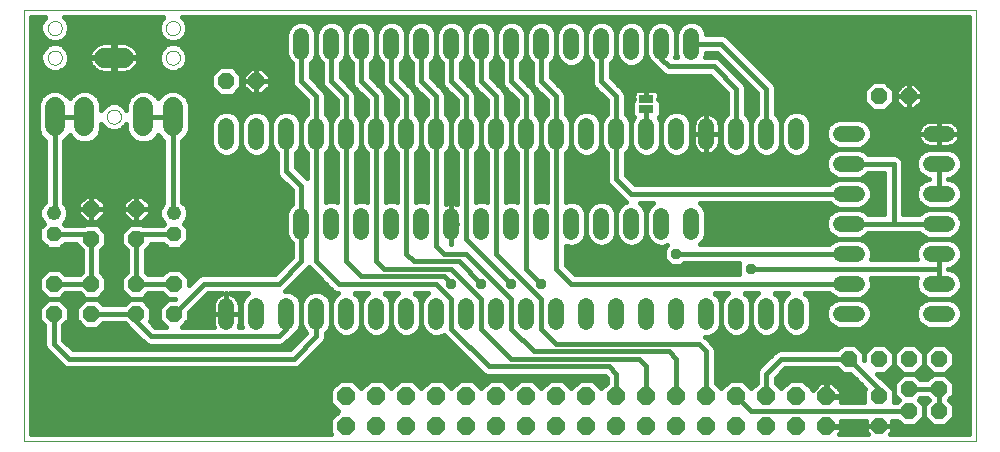
<source format=gbl>
G75*
G70*
%OFA0B0*%
%FSLAX24Y24*%
%IPPOS*%
%LPD*%
%AMOC8*
5,1,8,0,0,1.08239X$1,22.5*
%
%ADD10C,0.0000*%
%ADD11C,0.0520*%
%ADD12OC8,0.0520*%
%ADD13OC8,0.0600*%
%ADD14C,0.0650*%
%ADD15OC8,0.0480*%
%ADD16C,0.0480*%
%ADD17R,0.0500X0.0250*%
%ADD18C,0.0160*%
%ADD19OC8,0.0472*%
%ADD20OC8,0.0356*%
D10*
X002180Y003130D02*
X002180Y017500D01*
X033922Y017500D01*
X033922Y003130D01*
X002180Y003130D01*
X004944Y013949D02*
X004946Y013979D01*
X004952Y014009D01*
X004961Y014038D01*
X004974Y014065D01*
X004991Y014090D01*
X005010Y014113D01*
X005033Y014134D01*
X005058Y014151D01*
X005084Y014165D01*
X005113Y014175D01*
X005142Y014182D01*
X005172Y014185D01*
X005203Y014184D01*
X005233Y014179D01*
X005262Y014170D01*
X005289Y014158D01*
X005315Y014143D01*
X005339Y014124D01*
X005360Y014102D01*
X005378Y014078D01*
X005393Y014051D01*
X005404Y014023D01*
X005412Y013994D01*
X005416Y013964D01*
X005416Y013934D01*
X005412Y013904D01*
X005404Y013875D01*
X005393Y013847D01*
X005378Y013820D01*
X005360Y013796D01*
X005339Y013774D01*
X005315Y013755D01*
X005289Y013740D01*
X005262Y013728D01*
X005233Y013719D01*
X005203Y013714D01*
X005172Y013713D01*
X005142Y013716D01*
X005113Y013723D01*
X005084Y013733D01*
X005058Y013747D01*
X005033Y013764D01*
X005010Y013785D01*
X004991Y013808D01*
X004974Y013833D01*
X004961Y013860D01*
X004952Y013889D01*
X004946Y013919D01*
X004944Y013949D01*
X002975Y015917D02*
X002977Y015947D01*
X002983Y015977D01*
X002992Y016006D01*
X003005Y016033D01*
X003022Y016058D01*
X003041Y016081D01*
X003064Y016102D01*
X003089Y016119D01*
X003115Y016133D01*
X003144Y016143D01*
X003173Y016150D01*
X003203Y016153D01*
X003234Y016152D01*
X003264Y016147D01*
X003293Y016138D01*
X003320Y016126D01*
X003346Y016111D01*
X003370Y016092D01*
X003391Y016070D01*
X003409Y016046D01*
X003424Y016019D01*
X003435Y015991D01*
X003443Y015962D01*
X003447Y015932D01*
X003447Y015902D01*
X003443Y015872D01*
X003435Y015843D01*
X003424Y015815D01*
X003409Y015788D01*
X003391Y015764D01*
X003370Y015742D01*
X003346Y015723D01*
X003320Y015708D01*
X003293Y015696D01*
X003264Y015687D01*
X003234Y015682D01*
X003203Y015681D01*
X003173Y015684D01*
X003144Y015691D01*
X003115Y015701D01*
X003089Y015715D01*
X003064Y015732D01*
X003041Y015753D01*
X003022Y015776D01*
X003005Y015801D01*
X002992Y015828D01*
X002983Y015857D01*
X002977Y015887D01*
X002975Y015917D01*
X002975Y016902D02*
X002977Y016932D01*
X002983Y016962D01*
X002992Y016991D01*
X003005Y017018D01*
X003022Y017043D01*
X003041Y017066D01*
X003064Y017087D01*
X003089Y017104D01*
X003115Y017118D01*
X003144Y017128D01*
X003173Y017135D01*
X003203Y017138D01*
X003234Y017137D01*
X003264Y017132D01*
X003293Y017123D01*
X003320Y017111D01*
X003346Y017096D01*
X003370Y017077D01*
X003391Y017055D01*
X003409Y017031D01*
X003424Y017004D01*
X003435Y016976D01*
X003443Y016947D01*
X003447Y016917D01*
X003447Y016887D01*
X003443Y016857D01*
X003435Y016828D01*
X003424Y016800D01*
X003409Y016773D01*
X003391Y016749D01*
X003370Y016727D01*
X003346Y016708D01*
X003320Y016693D01*
X003293Y016681D01*
X003264Y016672D01*
X003234Y016667D01*
X003203Y016666D01*
X003173Y016669D01*
X003144Y016676D01*
X003115Y016686D01*
X003089Y016700D01*
X003064Y016717D01*
X003041Y016738D01*
X003022Y016761D01*
X003005Y016786D01*
X002992Y016813D01*
X002983Y016842D01*
X002977Y016872D01*
X002975Y016902D01*
X006913Y016902D02*
X006915Y016932D01*
X006921Y016962D01*
X006930Y016991D01*
X006943Y017018D01*
X006960Y017043D01*
X006979Y017066D01*
X007002Y017087D01*
X007027Y017104D01*
X007053Y017118D01*
X007082Y017128D01*
X007111Y017135D01*
X007141Y017138D01*
X007172Y017137D01*
X007202Y017132D01*
X007231Y017123D01*
X007258Y017111D01*
X007284Y017096D01*
X007308Y017077D01*
X007329Y017055D01*
X007347Y017031D01*
X007362Y017004D01*
X007373Y016976D01*
X007381Y016947D01*
X007385Y016917D01*
X007385Y016887D01*
X007381Y016857D01*
X007373Y016828D01*
X007362Y016800D01*
X007347Y016773D01*
X007329Y016749D01*
X007308Y016727D01*
X007284Y016708D01*
X007258Y016693D01*
X007231Y016681D01*
X007202Y016672D01*
X007172Y016667D01*
X007141Y016666D01*
X007111Y016669D01*
X007082Y016676D01*
X007053Y016686D01*
X007027Y016700D01*
X007002Y016717D01*
X006979Y016738D01*
X006960Y016761D01*
X006943Y016786D01*
X006930Y016813D01*
X006921Y016842D01*
X006915Y016872D01*
X006913Y016902D01*
X006913Y015917D02*
X006915Y015947D01*
X006921Y015977D01*
X006930Y016006D01*
X006943Y016033D01*
X006960Y016058D01*
X006979Y016081D01*
X007002Y016102D01*
X007027Y016119D01*
X007053Y016133D01*
X007082Y016143D01*
X007111Y016150D01*
X007141Y016153D01*
X007172Y016152D01*
X007202Y016147D01*
X007231Y016138D01*
X007258Y016126D01*
X007284Y016111D01*
X007308Y016092D01*
X007329Y016070D01*
X007347Y016046D01*
X007362Y016019D01*
X007373Y015991D01*
X007381Y015962D01*
X007385Y015932D01*
X007385Y015902D01*
X007381Y015872D01*
X007373Y015843D01*
X007362Y015815D01*
X007347Y015788D01*
X007329Y015764D01*
X007308Y015742D01*
X007284Y015723D01*
X007258Y015708D01*
X007231Y015696D01*
X007202Y015687D01*
X007172Y015682D01*
X007141Y015681D01*
X007111Y015684D01*
X007082Y015691D01*
X007053Y015701D01*
X007027Y015715D01*
X007002Y015732D01*
X006979Y015753D01*
X006960Y015776D01*
X006943Y015801D01*
X006930Y015828D01*
X006921Y015857D01*
X006915Y015887D01*
X006913Y015917D01*
D11*
X008930Y013640D02*
X008930Y013120D01*
X009930Y013120D02*
X009930Y013640D01*
X010930Y013640D02*
X010930Y013120D01*
X011930Y013120D02*
X011930Y013640D01*
X012930Y013640D02*
X012930Y013120D01*
X013930Y013120D02*
X013930Y013640D01*
X014930Y013640D02*
X014930Y013120D01*
X015930Y013120D02*
X015930Y013640D01*
X016930Y013640D02*
X016930Y013120D01*
X017930Y013120D02*
X017930Y013640D01*
X018930Y013640D02*
X018930Y013120D01*
X019930Y013120D02*
X019930Y013640D01*
X020930Y013640D02*
X020930Y013120D01*
X021930Y013120D02*
X021930Y013640D01*
X022930Y013640D02*
X022930Y013120D01*
X023930Y013120D02*
X023930Y013640D01*
X024930Y013640D02*
X024930Y013120D01*
X025930Y013120D02*
X025930Y013640D01*
X026930Y013640D02*
X026930Y013120D01*
X027930Y013120D02*
X027930Y013640D01*
X029420Y013380D02*
X029940Y013380D01*
X029940Y012380D02*
X029420Y012380D01*
X029420Y011380D02*
X029940Y011380D01*
X029940Y010380D02*
X029420Y010380D01*
X029420Y009380D02*
X029940Y009380D01*
X029940Y008380D02*
X029420Y008380D01*
X027930Y007640D02*
X027930Y007120D01*
X026930Y007120D02*
X026930Y007640D01*
X025930Y007640D02*
X025930Y007120D01*
X024930Y007120D02*
X024930Y007640D01*
X023930Y007640D02*
X023930Y007120D01*
X022930Y007120D02*
X022930Y007640D01*
X021930Y007640D02*
X021930Y007120D01*
X020930Y007120D02*
X020930Y007640D01*
X019930Y007640D02*
X019930Y007120D01*
X018930Y007120D02*
X018930Y007640D01*
X017930Y007640D02*
X017930Y007120D01*
X016930Y007120D02*
X016930Y007640D01*
X015930Y007640D02*
X015930Y007120D01*
X014930Y007120D02*
X014930Y007640D01*
X013930Y007640D02*
X013930Y007120D01*
X012930Y007120D02*
X012930Y007640D01*
X011930Y007640D02*
X011930Y007120D01*
X010930Y007120D02*
X010930Y007640D01*
X009930Y007640D02*
X009930Y007120D01*
X008930Y007120D02*
X008930Y007640D01*
X011430Y010120D02*
X011430Y010640D01*
X012430Y010640D02*
X012430Y010120D01*
X013430Y010120D02*
X013430Y010640D01*
X014430Y010640D02*
X014430Y010120D01*
X015430Y010120D02*
X015430Y010640D01*
X016430Y010640D02*
X016430Y010120D01*
X017430Y010120D02*
X017430Y010640D01*
X018430Y010640D02*
X018430Y010120D01*
X019430Y010120D02*
X019430Y010640D01*
X020430Y010640D02*
X020430Y010120D01*
X021430Y010120D02*
X021430Y010640D01*
X022430Y010640D02*
X022430Y010120D01*
X023430Y010120D02*
X023430Y010640D01*
X024430Y010640D02*
X024430Y010120D01*
X029420Y007380D02*
X029940Y007380D01*
X032420Y007380D02*
X032940Y007380D01*
X032940Y008380D02*
X032420Y008380D01*
X032420Y009380D02*
X032940Y009380D01*
X032940Y010380D02*
X032420Y010380D01*
X032420Y011380D02*
X032940Y011380D01*
X032940Y012380D02*
X032420Y012380D01*
X032420Y013380D02*
X032940Y013380D01*
X024430Y016120D02*
X024430Y016640D01*
X023430Y016640D02*
X023430Y016120D01*
X022430Y016120D02*
X022430Y016640D01*
X021430Y016640D02*
X021430Y016120D01*
X020430Y016120D02*
X020430Y016640D01*
X019430Y016640D02*
X019430Y016120D01*
X018430Y016120D02*
X018430Y016640D01*
X017430Y016640D02*
X017430Y016120D01*
X016430Y016120D02*
X016430Y016640D01*
X015430Y016640D02*
X015430Y016120D01*
X014430Y016120D02*
X014430Y016640D01*
X013430Y016640D02*
X013430Y016120D01*
X012430Y016120D02*
X012430Y016640D01*
X011430Y016640D02*
X011430Y016120D01*
D12*
X009930Y015130D03*
X008930Y015130D03*
X005930Y010880D03*
X005930Y009880D03*
X004430Y009880D03*
X004430Y010880D03*
X004430Y008380D03*
X003180Y008380D03*
X003180Y007380D03*
X004430Y007380D03*
X005930Y007380D03*
X007180Y007380D03*
X007180Y008380D03*
X005930Y008380D03*
X029680Y005880D03*
X030680Y005880D03*
X031680Y005880D03*
X032680Y005880D03*
X032680Y004880D03*
X031680Y004880D03*
X030680Y004630D03*
X031680Y004130D03*
X032680Y004130D03*
X030680Y003630D03*
X030680Y014630D03*
X031680Y014630D03*
D13*
X028930Y004630D03*
X027930Y004630D03*
X026930Y004630D03*
X025930Y004630D03*
X024930Y004630D03*
X023930Y004630D03*
X022930Y004630D03*
X021930Y004630D03*
X020930Y004630D03*
X019930Y004630D03*
X018930Y004630D03*
X017930Y004630D03*
X016930Y004630D03*
X015930Y004630D03*
X014930Y004630D03*
X013930Y004630D03*
X012930Y004630D03*
X012930Y003630D03*
X013930Y003630D03*
X014930Y003630D03*
X015930Y003630D03*
X016930Y003630D03*
X017930Y003630D03*
X018930Y003630D03*
X019930Y003630D03*
X020930Y003630D03*
X021930Y003630D03*
X022930Y003630D03*
X023930Y003630D03*
X024930Y003630D03*
X025930Y003630D03*
X026930Y003630D03*
X027930Y003630D03*
X028930Y003630D03*
D14*
X007149Y013624D02*
X007149Y014274D01*
X006164Y014274D02*
X006164Y013624D01*
X004196Y013624D02*
X004196Y014274D01*
X003211Y014274D02*
X003211Y013624D01*
X004855Y015917D02*
X005505Y015917D01*
D15*
X007180Y010030D03*
X003180Y010030D03*
D16*
X003180Y010730D03*
X007180Y010730D03*
D17*
X022930Y014218D03*
X022930Y014538D03*
D18*
X022930Y014583D02*
X022930Y014843D01*
X022656Y014843D01*
X022611Y014831D01*
X022569Y014807D01*
X022536Y014773D01*
X022512Y014732D01*
X022500Y014687D01*
X022500Y014538D01*
X022536Y014538D01*
X022536Y014538D01*
X022500Y014538D01*
X022500Y014502D01*
X022477Y014478D01*
X022440Y014390D01*
X022440Y014045D01*
X022477Y013957D01*
X022508Y013925D01*
X022506Y013923D01*
X022430Y013739D01*
X022430Y013021D01*
X022506Y012837D01*
X022647Y012696D01*
X022831Y012620D01*
X023029Y012620D01*
X023213Y012696D01*
X023354Y012837D01*
X023430Y013021D01*
X023506Y012837D01*
X023647Y012696D01*
X023831Y012620D01*
X024029Y012620D01*
X024213Y012696D01*
X024354Y012837D01*
X024430Y013021D01*
X024430Y013739D01*
X024354Y013923D01*
X024213Y014064D01*
X024029Y014140D01*
X023831Y014140D01*
X023647Y014064D01*
X023506Y013923D01*
X023430Y013739D01*
X023430Y013021D01*
X023430Y013739D01*
X023354Y013923D01*
X023352Y013925D01*
X023383Y013957D01*
X023420Y014045D01*
X023420Y014390D01*
X023383Y014478D01*
X023360Y014502D01*
X023360Y014538D01*
X023360Y014687D01*
X023348Y014732D01*
X023324Y014773D01*
X023291Y014807D01*
X023249Y014831D01*
X023204Y014843D01*
X022930Y014843D01*
X022930Y014583D01*
X022930Y014583D01*
X022930Y014701D02*
X022930Y014701D01*
X022504Y014701D02*
X022247Y014701D01*
X022250Y014694D02*
X022201Y014811D01*
X022111Y014901D01*
X021750Y015263D01*
X021750Y015733D01*
X021854Y015837D01*
X021930Y016021D01*
X022006Y015837D01*
X022147Y015696D01*
X022331Y015620D01*
X022529Y015620D01*
X022713Y015696D01*
X022854Y015837D01*
X022930Y016021D01*
X023006Y015837D01*
X023147Y015696D01*
X023172Y015686D01*
X023409Y015449D01*
X023499Y015359D01*
X023616Y015310D01*
X025047Y015310D01*
X025610Y014747D01*
X025610Y014027D01*
X025506Y013923D01*
X025430Y013739D01*
X025430Y013021D01*
X025506Y012837D01*
X025647Y012696D01*
X025831Y012620D01*
X026029Y012620D01*
X026213Y012696D01*
X026354Y012837D01*
X026430Y013021D01*
X026506Y012837D01*
X026647Y012696D01*
X026831Y012620D01*
X027029Y012620D01*
X027213Y012696D01*
X027354Y012837D01*
X027430Y013021D01*
X027506Y012837D01*
X027647Y012696D01*
X027831Y012620D01*
X028029Y012620D01*
X028213Y012696D01*
X028354Y012837D01*
X028430Y013021D01*
X028430Y013739D01*
X028354Y013923D01*
X028213Y014064D01*
X028029Y014140D01*
X027831Y014140D01*
X027647Y014064D01*
X027506Y013923D01*
X027430Y013739D01*
X027430Y013021D01*
X027430Y013739D01*
X027354Y013923D01*
X027250Y014027D01*
X027250Y014944D01*
X027201Y015061D01*
X027111Y015151D01*
X025611Y016651D01*
X025494Y016700D01*
X024930Y016700D01*
X024930Y016739D01*
X024854Y016923D01*
X024713Y017064D01*
X024529Y017140D01*
X024331Y017140D01*
X024147Y017064D01*
X024006Y016923D01*
X023930Y016739D01*
X023854Y016923D01*
X023713Y017064D01*
X023529Y017140D01*
X023331Y017140D01*
X023147Y017064D01*
X023006Y016923D01*
X022930Y016739D01*
X022930Y016021D01*
X022930Y016739D01*
X022854Y016923D01*
X022713Y017064D01*
X022529Y017140D01*
X022331Y017140D01*
X022147Y017064D01*
X022006Y016923D01*
X021930Y016739D01*
X021930Y016021D01*
X021930Y016739D01*
X021854Y016923D01*
X021713Y017064D01*
X021529Y017140D01*
X021331Y017140D01*
X021147Y017064D01*
X021006Y016923D01*
X020930Y016739D01*
X020854Y016923D01*
X020713Y017064D01*
X020529Y017140D01*
X020331Y017140D01*
X020147Y017064D01*
X020006Y016923D01*
X019930Y016739D01*
X019930Y016021D01*
X020006Y015837D01*
X020147Y015696D01*
X020331Y015620D01*
X020529Y015620D01*
X020713Y015696D01*
X020854Y015837D01*
X020930Y016021D01*
X020930Y016739D01*
X020930Y016021D01*
X021006Y015837D01*
X021110Y015733D01*
X021110Y015066D01*
X021159Y014949D01*
X021610Y014497D01*
X021610Y014027D01*
X021506Y013923D01*
X021430Y013739D01*
X021354Y013923D01*
X021213Y014064D01*
X021029Y014140D01*
X020831Y014140D01*
X020647Y014064D01*
X020506Y013923D01*
X020430Y013739D01*
X020430Y013021D01*
X020506Y012837D01*
X020647Y012696D01*
X020831Y012620D01*
X021029Y012620D01*
X021213Y012696D01*
X021354Y012837D01*
X021430Y013021D01*
X021430Y013739D01*
X021430Y013021D01*
X021506Y012837D01*
X021610Y012733D01*
X021610Y011816D01*
X021659Y011699D01*
X022159Y011199D01*
X022249Y011109D01*
X022252Y011107D01*
X022147Y011064D01*
X022006Y010923D01*
X021930Y010739D01*
X021854Y010923D01*
X021713Y011064D01*
X021529Y011140D01*
X021331Y011140D01*
X021147Y011064D01*
X021006Y010923D01*
X020930Y010739D01*
X020930Y010021D01*
X021006Y009837D01*
X021147Y009696D01*
X021331Y009620D01*
X021529Y009620D01*
X021713Y009696D01*
X021854Y009837D01*
X021930Y010021D01*
X021930Y010739D01*
X021930Y010021D01*
X022006Y009837D01*
X022147Y009696D01*
X022331Y009620D01*
X022529Y009620D01*
X022713Y009696D01*
X022854Y009837D01*
X022930Y010021D01*
X023006Y009837D01*
X023147Y009696D01*
X023331Y009620D01*
X023529Y009620D01*
X023614Y009655D01*
X023512Y009553D01*
X023512Y009207D01*
X023757Y008962D01*
X024103Y008962D01*
X024201Y009060D01*
X026019Y009060D01*
X026012Y009053D01*
X026012Y008707D01*
X026019Y008700D01*
X020563Y008700D01*
X020250Y009013D01*
X020250Y009653D01*
X020331Y009620D01*
X020529Y009620D01*
X020713Y009696D01*
X020854Y009837D01*
X020930Y010021D01*
X020930Y010739D01*
X020854Y010923D01*
X020713Y011064D01*
X020529Y011140D01*
X020331Y011140D01*
X020250Y011107D01*
X020250Y012733D01*
X020354Y012837D01*
X020430Y013021D01*
X020430Y013739D01*
X020354Y013923D01*
X020250Y014027D01*
X020250Y014694D01*
X020201Y014811D01*
X020111Y014901D01*
X019750Y015263D01*
X019750Y015733D01*
X019854Y015837D01*
X019930Y016021D01*
X019930Y016739D01*
X019854Y016923D01*
X019713Y017064D01*
X019529Y017140D01*
X019331Y017140D01*
X019147Y017064D01*
X019006Y016923D01*
X018930Y016739D01*
X018854Y016923D01*
X018713Y017064D01*
X018529Y017140D01*
X018331Y017140D01*
X018147Y017064D01*
X018006Y016923D01*
X017930Y016739D01*
X017854Y016923D01*
X017713Y017064D01*
X017529Y017140D01*
X017331Y017140D01*
X017147Y017064D01*
X017006Y016923D01*
X016930Y016739D01*
X016854Y016923D01*
X016713Y017064D01*
X016529Y017140D01*
X016331Y017140D01*
X016147Y017064D01*
X016006Y016923D01*
X015930Y016739D01*
X015854Y016923D01*
X015713Y017064D01*
X015529Y017140D01*
X015331Y017140D01*
X015147Y017064D01*
X015006Y016923D01*
X014930Y016739D01*
X014854Y016923D01*
X014713Y017064D01*
X014529Y017140D01*
X014331Y017140D01*
X014147Y017064D01*
X014006Y016923D01*
X013930Y016739D01*
X013854Y016923D01*
X013713Y017064D01*
X013529Y017140D01*
X013331Y017140D01*
X013147Y017064D01*
X013006Y016923D01*
X012930Y016739D01*
X012854Y016923D01*
X012713Y017064D01*
X012529Y017140D01*
X012331Y017140D01*
X012147Y017064D01*
X012006Y016923D01*
X011930Y016739D01*
X011854Y016923D01*
X011713Y017064D01*
X011529Y017140D01*
X011331Y017140D01*
X011147Y017064D01*
X011006Y016923D01*
X010930Y016739D01*
X010930Y016021D01*
X011006Y015837D01*
X011110Y015733D01*
X011110Y015066D01*
X011159Y014949D01*
X011249Y014859D01*
X011610Y014497D01*
X011610Y014027D01*
X011506Y013923D01*
X011430Y013739D01*
X011354Y013923D01*
X011213Y014064D01*
X011029Y014140D01*
X010831Y014140D01*
X010647Y014064D01*
X010506Y013923D01*
X010430Y013739D01*
X010354Y013923D01*
X010213Y014064D01*
X010029Y014140D01*
X009831Y014140D01*
X009647Y014064D01*
X009506Y013923D01*
X009430Y013739D01*
X009430Y013021D01*
X009506Y012837D01*
X009647Y012696D01*
X009831Y012620D01*
X010029Y012620D01*
X010213Y012696D01*
X010354Y012837D01*
X010430Y013021D01*
X010430Y013739D01*
X010430Y013021D01*
X010506Y012837D01*
X010610Y012733D01*
X010610Y012066D01*
X010659Y011949D01*
X011110Y011497D01*
X011110Y011027D01*
X011006Y010923D01*
X010930Y010739D01*
X010930Y010021D01*
X011006Y009837D01*
X011110Y009733D01*
X011110Y009263D01*
X010547Y008700D01*
X008116Y008700D01*
X007999Y008651D01*
X007680Y008333D01*
X007680Y008587D01*
X007387Y008880D01*
X006973Y008880D01*
X006793Y008700D01*
X006317Y008700D01*
X006250Y008767D01*
X006250Y009493D01*
X006430Y009673D01*
X006430Y009710D01*
X006821Y009710D01*
X006981Y009550D01*
X007379Y009550D01*
X007660Y009831D01*
X007660Y010229D01*
X007509Y010380D01*
X007587Y010458D01*
X007660Y010635D01*
X007660Y010825D01*
X007587Y011002D01*
X007469Y011120D01*
X007469Y013145D01*
X007627Y013304D01*
X007713Y013512D01*
X007713Y014386D01*
X007627Y014594D01*
X007468Y014753D01*
X007261Y014839D01*
X007036Y014839D01*
X006829Y014753D01*
X006670Y014594D01*
X006656Y014562D01*
X006643Y014594D01*
X006484Y014753D01*
X006277Y014839D01*
X006052Y014839D01*
X005844Y014753D01*
X005685Y014594D01*
X005599Y014386D01*
X005599Y014181D01*
X005584Y014219D01*
X005450Y014353D01*
X005275Y014425D01*
X005085Y014425D01*
X004910Y014353D01*
X004776Y014219D01*
X004761Y014181D01*
X004761Y014386D01*
X004675Y014594D01*
X004516Y014753D01*
X004308Y014839D01*
X004083Y014839D01*
X003876Y014753D01*
X003717Y014594D01*
X003704Y014562D01*
X003690Y014594D01*
X003531Y014753D01*
X003324Y014839D01*
X003099Y014839D01*
X002892Y014753D01*
X002733Y014594D01*
X002647Y014386D01*
X002647Y013512D01*
X002733Y013304D01*
X002891Y013145D01*
X002891Y011120D01*
X002773Y011002D01*
X002700Y010825D01*
X002700Y010635D01*
X002773Y010458D01*
X002851Y010380D01*
X002700Y010229D01*
X002700Y009831D01*
X002981Y009550D01*
X003379Y009550D01*
X003539Y009710D01*
X003930Y009710D01*
X003930Y009673D01*
X004110Y009493D01*
X004110Y008767D01*
X004043Y008700D01*
X003567Y008700D01*
X003387Y008880D01*
X002973Y008880D01*
X002680Y008587D01*
X002680Y008173D01*
X002973Y007880D01*
X002680Y007587D01*
X002680Y007173D01*
X002860Y006993D01*
X002860Y006316D01*
X002909Y006199D01*
X003409Y005699D01*
X003499Y005609D01*
X003616Y005560D01*
X011244Y005560D01*
X011361Y005609D01*
X012111Y006359D01*
X012201Y006449D01*
X012250Y006566D01*
X012250Y006733D01*
X012354Y006837D01*
X012430Y007021D01*
X012430Y007739D01*
X012354Y007923D01*
X012213Y008064D01*
X012029Y008140D01*
X011831Y008140D01*
X011647Y008064D01*
X011506Y007923D01*
X011430Y007739D01*
X011430Y007021D01*
X011506Y006837D01*
X011595Y006748D01*
X011047Y006200D01*
X003813Y006200D01*
X003500Y006513D01*
X003500Y006993D01*
X003680Y007173D01*
X003680Y007587D01*
X003387Y007880D01*
X002973Y007880D01*
X003387Y007880D01*
X003567Y008060D01*
X004043Y008060D01*
X004223Y007880D01*
X004637Y007880D01*
X004930Y008173D01*
X004930Y008587D01*
X004750Y008767D01*
X004750Y009493D01*
X004930Y009673D01*
X004930Y010087D01*
X004637Y010380D01*
X004223Y010380D01*
X004193Y010350D01*
X003539Y010350D01*
X003509Y010380D01*
X003587Y010458D01*
X003660Y010635D01*
X003660Y010825D01*
X003587Y011002D01*
X003531Y011057D01*
X003531Y013145D01*
X003690Y013304D01*
X003704Y013336D01*
X003717Y013304D01*
X003876Y013145D01*
X004083Y013059D01*
X004308Y013059D01*
X004516Y013145D01*
X004675Y013304D01*
X004761Y013512D01*
X004761Y013717D01*
X004776Y013679D01*
X004910Y013545D01*
X005085Y013473D01*
X005275Y013473D01*
X005450Y013545D01*
X005584Y013679D01*
X005599Y013717D01*
X005599Y013512D01*
X005685Y013304D01*
X005844Y013145D01*
X006052Y013059D01*
X006277Y013059D01*
X006484Y013145D01*
X006643Y013304D01*
X006656Y013336D01*
X006670Y013304D01*
X006829Y013145D01*
X006829Y011057D01*
X006773Y011002D01*
X006700Y010825D01*
X006700Y010635D01*
X006773Y010458D01*
X006851Y010380D01*
X006821Y010350D01*
X006167Y010350D01*
X006137Y010380D01*
X005723Y010380D01*
X005430Y010087D01*
X005430Y009673D01*
X005610Y009493D01*
X005610Y008767D01*
X005430Y008587D01*
X005430Y008173D01*
X005723Y007880D01*
X005543Y007700D01*
X004817Y007700D01*
X004637Y007880D01*
X004223Y007880D01*
X003930Y007587D01*
X003930Y007173D01*
X004223Y006880D01*
X004637Y006880D01*
X004817Y007060D01*
X005543Y007060D01*
X005723Y006880D01*
X005727Y006880D01*
X006159Y006449D01*
X006249Y006359D01*
X006366Y006310D01*
X010744Y006310D01*
X010861Y006359D01*
X011111Y006609D01*
X011188Y006686D01*
X011213Y006696D01*
X011354Y006837D01*
X011430Y007021D01*
X011430Y007739D01*
X011354Y007923D01*
X011213Y008064D01*
X011029Y008140D01*
X010893Y008140D01*
X010951Y008199D01*
X011680Y008927D01*
X012499Y008109D01*
X012616Y008060D01*
X012643Y008060D01*
X012506Y007923D01*
X012430Y007739D01*
X012430Y007021D01*
X012506Y006837D01*
X012647Y006696D01*
X012831Y006620D01*
X013029Y006620D01*
X013213Y006696D01*
X013354Y006837D01*
X013430Y007021D01*
X013506Y006837D01*
X013647Y006696D01*
X013831Y006620D01*
X014029Y006620D01*
X014213Y006696D01*
X014354Y006837D01*
X014430Y007021D01*
X014506Y006837D01*
X014647Y006696D01*
X014831Y006620D01*
X015029Y006620D01*
X015213Y006696D01*
X015354Y006837D01*
X015430Y007021D01*
X015506Y006837D01*
X015647Y006696D01*
X015831Y006620D01*
X016029Y006620D01*
X016177Y006681D01*
X017499Y005359D01*
X017616Y005310D01*
X021547Y005310D01*
X021610Y005247D01*
X021610Y005074D01*
X021430Y004894D01*
X021154Y005170D01*
X020706Y005170D01*
X020430Y004894D01*
X020154Y005170D01*
X019706Y005170D01*
X019430Y004894D01*
X019154Y005170D01*
X018706Y005170D01*
X018430Y004894D01*
X018154Y005170D01*
X017706Y005170D01*
X017430Y004894D01*
X017154Y005170D01*
X016706Y005170D01*
X016430Y004894D01*
X016154Y005170D01*
X015706Y005170D01*
X015430Y004894D01*
X015154Y005170D01*
X014706Y005170D01*
X014430Y004894D01*
X014154Y005170D01*
X013706Y005170D01*
X013430Y004894D01*
X013154Y005170D01*
X012706Y005170D01*
X012390Y004854D01*
X012390Y004406D01*
X012666Y004130D01*
X012390Y003854D01*
X012390Y003406D01*
X012426Y003370D01*
X002420Y003370D01*
X002420Y017260D01*
X002896Y017260D01*
X002808Y017171D01*
X002735Y016996D01*
X002735Y016807D01*
X002808Y016632D01*
X002942Y016498D01*
X003117Y016425D01*
X003306Y016425D01*
X003481Y016498D01*
X003615Y016632D01*
X003688Y016807D01*
X003688Y016996D01*
X003615Y017171D01*
X003527Y017260D01*
X006833Y017260D01*
X006745Y017171D01*
X006672Y016996D01*
X006672Y016807D01*
X006745Y016632D01*
X006879Y016498D01*
X007054Y016425D01*
X007243Y016425D01*
X007418Y016498D01*
X007552Y016632D01*
X007625Y016807D01*
X007625Y016996D01*
X007552Y017171D01*
X007464Y017260D01*
X033682Y017260D01*
X033682Y003370D01*
X031042Y003370D01*
X031120Y003448D01*
X031120Y003630D01*
X031120Y003810D01*
X031293Y003810D01*
X031473Y003630D01*
X031887Y003630D01*
X032180Y003923D01*
X032473Y003630D01*
X032887Y003630D01*
X033180Y003923D01*
X033180Y004337D01*
X033012Y004505D01*
X033180Y004673D01*
X033180Y005087D01*
X032887Y005380D01*
X033180Y005673D01*
X033180Y006087D01*
X032887Y006380D01*
X032473Y006380D01*
X032180Y006087D01*
X031887Y006380D01*
X031473Y006380D01*
X031180Y006087D01*
X031180Y005673D01*
X031473Y005380D01*
X031887Y005380D01*
X032180Y005673D01*
X032180Y006087D01*
X032180Y005673D01*
X032473Y005380D01*
X032887Y005380D01*
X032473Y005380D01*
X032293Y005200D01*
X032067Y005200D01*
X031887Y005380D01*
X031473Y005380D01*
X031180Y005087D01*
X031180Y004673D01*
X031348Y004505D01*
X031293Y004450D01*
X031180Y004450D01*
X031180Y004837D01*
X030887Y005130D01*
X030883Y005130D01*
X030633Y005380D01*
X030887Y005380D01*
X031180Y005673D01*
X031180Y006087D01*
X030887Y006380D01*
X030473Y006380D01*
X030180Y006087D01*
X029887Y006380D01*
X029473Y006380D01*
X029293Y006200D01*
X027366Y006200D01*
X027249Y006151D01*
X027159Y006061D01*
X026659Y005561D01*
X026610Y005444D01*
X026610Y005074D01*
X026430Y004894D01*
X026154Y005170D01*
X025706Y005170D01*
X025430Y004894D01*
X025250Y005074D01*
X025250Y006194D01*
X025201Y006311D01*
X024951Y006561D01*
X024893Y006620D01*
X025029Y006620D01*
X025213Y006696D01*
X025354Y006837D01*
X025430Y007021D01*
X025506Y006837D01*
X025647Y006696D01*
X025831Y006620D01*
X026029Y006620D01*
X026213Y006696D01*
X026354Y006837D01*
X026430Y007021D01*
X026506Y006837D01*
X026647Y006696D01*
X026831Y006620D01*
X027029Y006620D01*
X027213Y006696D01*
X027354Y006837D01*
X027430Y007021D01*
X027506Y006837D01*
X027647Y006696D01*
X027831Y006620D01*
X028029Y006620D01*
X028213Y006696D01*
X028354Y006837D01*
X028430Y007021D01*
X028430Y007739D01*
X028354Y007923D01*
X028217Y008060D01*
X029033Y008060D01*
X029137Y007956D01*
X029321Y007880D01*
X029137Y007804D01*
X028996Y007663D01*
X028920Y007479D01*
X028920Y007281D01*
X028996Y007097D01*
X029137Y006956D01*
X029321Y006880D01*
X030039Y006880D01*
X030223Y006956D01*
X030364Y007097D01*
X030440Y007281D01*
X030440Y007479D01*
X030364Y007663D01*
X030223Y007804D01*
X030039Y007880D01*
X029321Y007880D01*
X030039Y007880D01*
X030223Y007956D01*
X030364Y008097D01*
X030440Y008281D01*
X030440Y008479D01*
X030407Y008560D01*
X031953Y008560D01*
X031920Y008479D01*
X031920Y008281D01*
X031996Y008097D01*
X032137Y007956D01*
X032321Y007880D01*
X032137Y007804D01*
X031996Y007663D01*
X031920Y007479D01*
X031920Y007281D01*
X031996Y007097D01*
X032137Y006956D01*
X032321Y006880D01*
X033039Y006880D01*
X033223Y006956D01*
X033364Y007097D01*
X033440Y007281D01*
X033440Y007479D01*
X033364Y007663D01*
X033223Y007804D01*
X033039Y007880D01*
X032321Y007880D01*
X033039Y007880D01*
X033223Y007956D01*
X033364Y008097D01*
X033440Y008281D01*
X033440Y008479D01*
X033364Y008663D01*
X033223Y008804D01*
X033039Y008880D01*
X033223Y008956D01*
X033364Y009097D01*
X033440Y009281D01*
X033440Y009479D01*
X033364Y009663D01*
X033223Y009804D01*
X033039Y009880D01*
X033223Y009956D01*
X033364Y010097D01*
X033440Y010281D01*
X033440Y010479D01*
X033364Y010663D01*
X033223Y010804D01*
X033039Y010880D01*
X033223Y010956D01*
X033364Y011097D01*
X033440Y011281D01*
X033440Y011479D01*
X033364Y011663D01*
X033223Y011804D01*
X033039Y011880D01*
X033223Y011956D01*
X033364Y012097D01*
X033440Y012281D01*
X033440Y012479D01*
X033364Y012663D01*
X033223Y012804D01*
X033039Y012880D01*
X032321Y012880D01*
X032137Y012804D01*
X031996Y012663D01*
X031920Y012479D01*
X031920Y012281D01*
X031996Y012097D01*
X032137Y011956D01*
X032321Y011880D01*
X032137Y011804D01*
X031996Y011663D01*
X031920Y011479D01*
X031920Y011281D01*
X031996Y011097D01*
X032137Y010956D01*
X032321Y010880D01*
X033039Y010880D01*
X032321Y010880D01*
X032137Y010804D01*
X032033Y010700D01*
X031500Y010700D01*
X031500Y012444D01*
X031451Y012561D01*
X031361Y012651D01*
X031244Y012700D01*
X030327Y012700D01*
X030223Y012804D01*
X030039Y012880D01*
X030223Y012956D01*
X030364Y013097D01*
X030440Y013281D01*
X030440Y013479D01*
X030364Y013663D01*
X030223Y013804D01*
X030039Y013880D01*
X029321Y013880D01*
X029137Y013804D01*
X028996Y013663D01*
X028920Y013479D01*
X028920Y013281D01*
X028996Y013097D01*
X029137Y012956D01*
X029321Y012880D01*
X030039Y012880D01*
X029321Y012880D01*
X029137Y012804D01*
X028996Y012663D01*
X028920Y012479D01*
X028920Y012281D01*
X028996Y012097D01*
X029137Y011956D01*
X029321Y011880D01*
X030039Y011880D01*
X030223Y011956D01*
X030327Y012060D01*
X030860Y012060D01*
X030860Y010700D01*
X030327Y010700D01*
X030223Y010804D01*
X030039Y010880D01*
X029321Y010880D01*
X029137Y010804D01*
X028996Y010663D01*
X028920Y010479D01*
X028920Y010281D01*
X028996Y010097D01*
X029137Y009956D01*
X029321Y009880D01*
X030039Y009880D01*
X030223Y009956D01*
X030327Y010060D01*
X032033Y010060D01*
X032137Y009956D01*
X032321Y009880D01*
X033039Y009880D01*
X032321Y009880D01*
X032137Y009804D01*
X031996Y009663D01*
X031920Y009479D01*
X031920Y009281D01*
X031953Y009200D01*
X030407Y009200D01*
X030440Y009281D01*
X030440Y009479D01*
X030364Y009663D01*
X030223Y009804D01*
X030039Y009880D01*
X029321Y009880D01*
X029137Y009804D01*
X029033Y009700D01*
X024717Y009700D01*
X024854Y009837D01*
X024930Y010021D01*
X024930Y010739D01*
X024854Y010923D01*
X024717Y011060D01*
X029033Y011060D01*
X029137Y010956D01*
X029321Y010880D01*
X030039Y010880D01*
X030223Y010956D01*
X030364Y011097D01*
X030440Y011281D01*
X030440Y011479D01*
X030364Y011663D01*
X030223Y011804D01*
X030039Y011880D01*
X029321Y011880D01*
X029137Y011804D01*
X029033Y011700D01*
X022563Y011700D01*
X022250Y012013D01*
X022250Y012733D01*
X022354Y012837D01*
X022430Y013021D01*
X022430Y013739D01*
X022354Y013923D01*
X022250Y014027D01*
X022250Y014694D01*
X022250Y014542D02*
X022500Y014542D01*
X022440Y014384D02*
X022250Y014384D01*
X022250Y014225D02*
X022440Y014225D01*
X022440Y014067D02*
X022250Y014067D01*
X022360Y013908D02*
X022500Y013908D01*
X022434Y013750D02*
X022426Y013750D01*
X022430Y013591D02*
X022430Y013591D01*
X022430Y013433D02*
X022430Y013433D01*
X022430Y013274D02*
X022430Y013274D01*
X022430Y013116D02*
X022430Y013116D01*
X022404Y012957D02*
X022456Y012957D01*
X022544Y012799D02*
X022316Y012799D01*
X022250Y012640D02*
X022782Y012640D01*
X023078Y012640D02*
X023782Y012640D01*
X023544Y012799D02*
X023316Y012799D01*
X023404Y012957D02*
X023456Y012957D01*
X023430Y013116D02*
X023430Y013116D01*
X023430Y013274D02*
X023430Y013274D01*
X023430Y013433D02*
X023430Y013433D01*
X023430Y013591D02*
X023430Y013591D01*
X023426Y013750D02*
X023434Y013750D01*
X023500Y013908D02*
X023360Y013908D01*
X023420Y014067D02*
X023653Y014067D01*
X023420Y014225D02*
X025610Y014225D01*
X025610Y014067D02*
X025041Y014067D01*
X025033Y014069D02*
X024965Y014080D01*
X024930Y014080D01*
X024930Y013380D01*
X025370Y013380D01*
X025370Y013675D01*
X025359Y013743D01*
X025338Y013809D01*
X025306Y013871D01*
X025266Y013927D01*
X025217Y013976D01*
X025161Y014016D01*
X025099Y014048D01*
X025033Y014069D01*
X024930Y014067D02*
X024930Y014067D01*
X024930Y014080D02*
X024895Y014080D01*
X024827Y014069D01*
X024761Y014048D01*
X024699Y014016D01*
X024643Y013976D01*
X024594Y013927D01*
X024554Y013871D01*
X024522Y013809D01*
X024501Y013743D01*
X024490Y013675D01*
X024490Y013380D01*
X024930Y013380D01*
X024930Y013380D01*
X024930Y013380D01*
X025370Y013380D01*
X025370Y013085D01*
X025359Y013017D01*
X025338Y012951D01*
X025306Y012889D01*
X025266Y012833D01*
X025217Y012784D01*
X025161Y012744D01*
X025099Y012712D01*
X025033Y012691D01*
X024965Y012680D01*
X024930Y012680D01*
X024930Y013380D01*
X024930Y013380D01*
X024930Y013380D01*
X024930Y014080D01*
X024819Y014067D02*
X024207Y014067D01*
X024360Y013908D02*
X024581Y013908D01*
X024503Y013750D02*
X024426Y013750D01*
X024430Y013591D02*
X024490Y013591D01*
X024490Y013433D02*
X024430Y013433D01*
X024490Y013380D02*
X024490Y013085D01*
X024501Y013017D01*
X024522Y012951D01*
X024554Y012889D01*
X024594Y012833D01*
X024643Y012784D01*
X024699Y012744D01*
X024761Y012712D01*
X024827Y012691D01*
X024895Y012680D01*
X024930Y012680D01*
X024930Y013380D01*
X024490Y013380D01*
X024490Y013274D02*
X024430Y013274D01*
X024430Y013116D02*
X024490Y013116D01*
X024520Y012957D02*
X024404Y012957D01*
X024316Y012799D02*
X024629Y012799D01*
X024930Y012799D02*
X024930Y012799D01*
X024930Y012957D02*
X024930Y012957D01*
X024930Y013116D02*
X024930Y013116D01*
X024930Y013274D02*
X024930Y013274D01*
X024930Y013433D02*
X024930Y013433D01*
X024930Y013591D02*
X024930Y013591D01*
X024930Y013750D02*
X024930Y013750D01*
X024930Y013908D02*
X024930Y013908D01*
X025279Y013908D02*
X025500Y013908D01*
X025434Y013750D02*
X025357Y013750D01*
X025370Y013591D02*
X025430Y013591D01*
X025430Y013433D02*
X025370Y013433D01*
X025370Y013274D02*
X025430Y013274D01*
X025430Y013116D02*
X025370Y013116D01*
X025340Y012957D02*
X025456Y012957D01*
X025544Y012799D02*
X025231Y012799D01*
X025782Y012640D02*
X024078Y012640D01*
X022930Y013380D02*
X022930Y014218D01*
X023324Y014538D02*
X023360Y014538D01*
X023324Y014538D01*
X023324Y014538D01*
X023360Y014542D02*
X025610Y014542D01*
X025610Y014384D02*
X023420Y014384D01*
X023356Y014701D02*
X025610Y014701D01*
X025498Y014859D02*
X022154Y014859D01*
X021995Y015018D02*
X025340Y015018D01*
X025181Y015176D02*
X021837Y015176D01*
X021750Y015335D02*
X023557Y015335D01*
X023364Y015493D02*
X021750Y015493D01*
X021750Y015652D02*
X022254Y015652D01*
X022033Y015810D02*
X021827Y015810D01*
X021908Y015969D02*
X021952Y015969D01*
X021930Y016127D02*
X021930Y016127D01*
X021930Y016286D02*
X021930Y016286D01*
X021930Y016444D02*
X021930Y016444D01*
X021930Y016603D02*
X021930Y016603D01*
X021921Y016761D02*
X021939Y016761D01*
X022005Y016920D02*
X021855Y016920D01*
X021679Y017078D02*
X022181Y017078D01*
X022679Y017078D02*
X023181Y017078D01*
X023005Y016920D02*
X022855Y016920D01*
X022921Y016761D02*
X022939Y016761D01*
X022930Y016603D02*
X022930Y016603D01*
X022930Y016444D02*
X022930Y016444D01*
X022930Y016286D02*
X022930Y016286D01*
X022930Y016127D02*
X022930Y016127D01*
X022908Y015969D02*
X022952Y015969D01*
X023033Y015810D02*
X022827Y015810D01*
X022606Y015652D02*
X023206Y015652D01*
X023430Y015880D02*
X023680Y015630D01*
X025180Y015630D01*
X025930Y014880D01*
X025930Y013380D01*
X026430Y013433D02*
X026430Y013433D01*
X026430Y013591D02*
X026430Y013591D01*
X026430Y013739D02*
X026430Y013021D01*
X026430Y013739D01*
X026506Y013923D01*
X026610Y014027D01*
X026610Y014747D01*
X025297Y016060D01*
X024930Y016060D01*
X024930Y016021D01*
X024901Y015950D01*
X025244Y015950D01*
X025361Y015901D01*
X026111Y015151D01*
X026201Y015061D01*
X026250Y014944D01*
X026250Y014027D01*
X026354Y013923D01*
X026430Y013739D01*
X026426Y013750D02*
X026434Y013750D01*
X026500Y013908D02*
X026360Y013908D01*
X026250Y014067D02*
X026610Y014067D01*
X026610Y014225D02*
X026250Y014225D01*
X026250Y014384D02*
X026610Y014384D01*
X026610Y014542D02*
X026250Y014542D01*
X026250Y014701D02*
X026610Y014701D01*
X026498Y014859D02*
X026250Y014859D01*
X026219Y015018D02*
X026340Y015018D01*
X026181Y015176D02*
X026087Y015176D01*
X026023Y015335D02*
X025928Y015335D01*
X025864Y015493D02*
X025770Y015493D01*
X025706Y015652D02*
X025611Y015652D01*
X025547Y015810D02*
X025453Y015810D01*
X025389Y015969D02*
X024908Y015969D01*
X024430Y016380D02*
X025430Y016380D01*
X026930Y014880D01*
X026930Y013380D01*
X027430Y013433D02*
X027430Y013433D01*
X027430Y013591D02*
X027430Y013591D01*
X027426Y013750D02*
X027434Y013750D01*
X027500Y013908D02*
X027360Y013908D01*
X027250Y014067D02*
X027653Y014067D01*
X027250Y014225D02*
X030378Y014225D01*
X030473Y014130D02*
X030887Y014130D01*
X031180Y014423D01*
X031180Y014837D01*
X030887Y015130D01*
X030473Y015130D01*
X030180Y014837D01*
X030180Y014423D01*
X030473Y014130D01*
X030219Y014384D02*
X027250Y014384D01*
X027250Y014542D02*
X030180Y014542D01*
X030180Y014701D02*
X027250Y014701D01*
X027250Y014859D02*
X030202Y014859D01*
X030360Y015018D02*
X027219Y015018D01*
X027111Y015151D02*
X027111Y015151D01*
X027087Y015176D02*
X033682Y015176D01*
X033682Y015018D02*
X031915Y015018D01*
X031862Y015070D02*
X031680Y015070D01*
X031680Y014630D01*
X032120Y014630D01*
X032120Y014812D01*
X031862Y015070D01*
X031680Y015070D02*
X031498Y015070D01*
X031240Y014812D01*
X031240Y014630D01*
X031680Y014630D01*
X031680Y014630D01*
X031680Y014630D01*
X032120Y014630D01*
X032120Y014448D01*
X031862Y014190D01*
X031680Y014190D01*
X031680Y014630D01*
X031680Y014630D01*
X031680Y014630D01*
X031680Y015070D01*
X031680Y015018D02*
X031680Y015018D01*
X031680Y014859D02*
X031680Y014859D01*
X031680Y014701D02*
X031680Y014701D01*
X031680Y014630D02*
X031240Y014630D01*
X031240Y014448D01*
X031498Y014190D01*
X031680Y014190D01*
X031680Y014630D01*
X031680Y014542D02*
X031680Y014542D01*
X031680Y014384D02*
X031680Y014384D01*
X031680Y014225D02*
X031680Y014225D01*
X031897Y014225D02*
X033682Y014225D01*
X033682Y014067D02*
X028207Y014067D01*
X028360Y013908D02*
X033682Y013908D01*
X033682Y013750D02*
X033180Y013750D01*
X033171Y013756D02*
X033109Y013788D01*
X033043Y013809D01*
X032975Y013820D01*
X032680Y013820D01*
X032680Y013380D01*
X032680Y013380D01*
X033380Y013380D01*
X033380Y013415D01*
X033369Y013483D01*
X033348Y013549D01*
X033316Y013611D01*
X033276Y013667D01*
X033227Y013716D01*
X033171Y013756D01*
X033326Y013591D02*
X033682Y013591D01*
X033682Y013433D02*
X033377Y013433D01*
X033380Y013380D02*
X032680Y013380D01*
X032680Y013380D01*
X032680Y013820D01*
X032385Y013820D01*
X032317Y013809D01*
X032251Y013788D01*
X032189Y013756D01*
X032133Y013716D01*
X032084Y013667D01*
X032044Y013611D01*
X032012Y013549D01*
X031991Y013483D01*
X031980Y013415D01*
X031980Y013380D01*
X032680Y013380D01*
X032680Y012940D01*
X032975Y012940D01*
X033043Y012951D01*
X033109Y012972D01*
X033171Y013004D01*
X033227Y013044D01*
X033276Y013093D01*
X033316Y013149D01*
X033348Y013211D01*
X033369Y013277D01*
X033380Y013345D01*
X033380Y013380D01*
X033368Y013274D02*
X033682Y013274D01*
X033682Y013116D02*
X033292Y013116D01*
X033062Y012957D02*
X033682Y012957D01*
X033682Y012799D02*
X033229Y012799D01*
X033373Y012640D02*
X033682Y012640D01*
X033682Y012482D02*
X033439Y012482D01*
X033440Y012323D02*
X033682Y012323D01*
X033682Y012165D02*
X033392Y012165D01*
X033273Y012006D02*
X033682Y012006D01*
X033682Y011848D02*
X033118Y011848D01*
X033039Y011880D02*
X033000Y011880D01*
X033039Y011880D01*
X033000Y011880D02*
X033000Y011880D01*
X033338Y011689D02*
X033682Y011689D01*
X033682Y011531D02*
X033419Y011531D01*
X033440Y011372D02*
X033682Y011372D01*
X033682Y011214D02*
X033412Y011214D01*
X033322Y011055D02*
X033682Y011055D01*
X033682Y010897D02*
X033079Y010897D01*
X033289Y010738D02*
X033682Y010738D01*
X033682Y010580D02*
X033399Y010580D01*
X033440Y010421D02*
X033682Y010421D01*
X033682Y010263D02*
X033433Y010263D01*
X033367Y010104D02*
X033682Y010104D01*
X033682Y009946D02*
X033198Y009946D01*
X033240Y009787D02*
X033682Y009787D01*
X033682Y009629D02*
X033378Y009629D01*
X033440Y009470D02*
X033682Y009470D01*
X033682Y009312D02*
X033440Y009312D01*
X033387Y009153D02*
X033682Y009153D01*
X033682Y008995D02*
X033262Y008995D01*
X033146Y008836D02*
X033682Y008836D01*
X033682Y008678D02*
X033350Y008678D01*
X033424Y008519D02*
X033682Y008519D01*
X033682Y008361D02*
X033440Y008361D01*
X033407Y008202D02*
X033682Y008202D01*
X033682Y008044D02*
X033311Y008044D01*
X033052Y007885D02*
X033682Y007885D01*
X033682Y007727D02*
X033301Y007727D01*
X033403Y007568D02*
X033682Y007568D01*
X033682Y007410D02*
X033440Y007410D01*
X033428Y007251D02*
X033682Y007251D01*
X033682Y007093D02*
X033360Y007093D01*
X033170Y006934D02*
X033682Y006934D01*
X033682Y006776D02*
X028293Y006776D01*
X028394Y006934D02*
X029190Y006934D01*
X029000Y007093D02*
X028430Y007093D01*
X028430Y007251D02*
X028932Y007251D01*
X028920Y007410D02*
X028430Y007410D01*
X028430Y007568D02*
X028957Y007568D01*
X029059Y007727D02*
X028430Y007727D01*
X028370Y007885D02*
X029308Y007885D01*
X029049Y008044D02*
X028234Y008044D01*
X027643Y008060D02*
X027506Y007923D01*
X027430Y007739D01*
X027430Y007021D01*
X027430Y007739D01*
X027354Y007923D01*
X027217Y008060D01*
X027643Y008060D01*
X027626Y008044D02*
X027234Y008044D01*
X027370Y007885D02*
X027490Y007885D01*
X027430Y007727D02*
X027430Y007727D01*
X027430Y007568D02*
X027430Y007568D01*
X027430Y007410D02*
X027430Y007410D01*
X027430Y007251D02*
X027430Y007251D01*
X027430Y007093D02*
X027430Y007093D01*
X027394Y006934D02*
X027466Y006934D01*
X027567Y006776D02*
X027293Y006776D01*
X026567Y006776D02*
X026293Y006776D01*
X026394Y006934D02*
X026466Y006934D01*
X026430Y007021D02*
X026430Y007739D01*
X026506Y007923D01*
X026643Y008060D01*
X026217Y008060D01*
X026354Y007923D01*
X026430Y007739D01*
X026430Y007021D01*
X026430Y007093D02*
X026430Y007093D01*
X026430Y007251D02*
X026430Y007251D01*
X026430Y007410D02*
X026430Y007410D01*
X026430Y007568D02*
X026430Y007568D01*
X026430Y007727D02*
X026430Y007727D01*
X026370Y007885D02*
X026490Y007885D01*
X026626Y008044D02*
X026234Y008044D01*
X025643Y008060D02*
X025506Y007923D01*
X025430Y007739D01*
X025430Y007021D01*
X025430Y007739D01*
X025354Y007923D01*
X025217Y008060D01*
X025643Y008060D01*
X025626Y008044D02*
X025234Y008044D01*
X025370Y007885D02*
X025490Y007885D01*
X025430Y007727D02*
X025430Y007727D01*
X025430Y007568D02*
X025430Y007568D01*
X025430Y007410D02*
X025430Y007410D01*
X025430Y007251D02*
X025430Y007251D01*
X025430Y007093D02*
X025430Y007093D01*
X025394Y006934D02*
X025466Y006934D01*
X025567Y006776D02*
X025293Y006776D01*
X024896Y006617D02*
X033682Y006617D01*
X033682Y006459D02*
X025054Y006459D01*
X025206Y006300D02*
X029393Y006300D01*
X029967Y006300D02*
X030393Y006300D01*
X030234Y006142D02*
X030126Y006142D01*
X030180Y006087D02*
X030180Y005833D01*
X030180Y005833D01*
X030180Y006087D01*
X030180Y005983D02*
X030180Y005983D01*
X029680Y005880D02*
X027430Y005880D01*
X026930Y005380D01*
X026930Y004630D01*
X027250Y005074D02*
X027430Y004894D01*
X027706Y005170D01*
X028154Y005170D01*
X028470Y004854D01*
X028470Y004849D01*
X028731Y005110D01*
X028910Y005110D01*
X028910Y004650D01*
X028950Y004650D01*
X029410Y004650D01*
X029410Y004829D01*
X029129Y005110D01*
X028950Y005110D01*
X028950Y004650D01*
X028950Y004610D01*
X029410Y004610D01*
X029410Y004450D01*
X030180Y004450D01*
X030180Y004837D01*
X030225Y004882D01*
X029727Y005380D01*
X029473Y005380D01*
X029293Y005560D01*
X027563Y005560D01*
X027250Y005247D01*
X027250Y005074D01*
X027292Y005032D02*
X027568Y005032D01*
X027250Y005191D02*
X029917Y005191D01*
X029758Y005349D02*
X027352Y005349D01*
X027510Y005508D02*
X029345Y005508D01*
X029207Y005032D02*
X030075Y005032D01*
X030216Y004874D02*
X029365Y004874D01*
X029410Y004715D02*
X030180Y004715D01*
X030180Y004557D02*
X029410Y004557D01*
X028950Y004715D02*
X028910Y004715D01*
X028910Y004874D02*
X028950Y004874D01*
X028950Y005032D02*
X028910Y005032D01*
X028653Y005032D02*
X028292Y005032D01*
X028450Y004874D02*
X028495Y004874D01*
X029680Y005880D02*
X030680Y004880D01*
X030680Y004630D01*
X031180Y004557D02*
X031296Y004557D01*
X031180Y004715D02*
X031180Y004715D01*
X031180Y004874D02*
X031144Y004874D01*
X031180Y005032D02*
X030985Y005032D01*
X030822Y005191D02*
X031283Y005191D01*
X031442Y005349D02*
X030664Y005349D01*
X031015Y005508D02*
X031345Y005508D01*
X031187Y005666D02*
X031173Y005666D01*
X031180Y005825D02*
X031180Y005825D01*
X031180Y005983D02*
X031180Y005983D01*
X031126Y006142D02*
X031234Y006142D01*
X031393Y006300D02*
X030967Y006300D01*
X031967Y006300D02*
X032393Y006300D01*
X032234Y006142D02*
X032126Y006142D01*
X032180Y005983D02*
X032180Y005983D01*
X032180Y005825D02*
X032180Y005825D01*
X032173Y005666D02*
X032187Y005666D01*
X032345Y005508D02*
X032015Y005508D01*
X031918Y005349D02*
X032442Y005349D01*
X032918Y005349D02*
X033682Y005349D01*
X033682Y005191D02*
X033077Y005191D01*
X033180Y005032D02*
X033682Y005032D01*
X033682Y004874D02*
X033180Y004874D01*
X033180Y004715D02*
X033682Y004715D01*
X033682Y004557D02*
X033064Y004557D01*
X033119Y004398D02*
X033682Y004398D01*
X033682Y004240D02*
X033180Y004240D01*
X033180Y004081D02*
X033682Y004081D01*
X033682Y003923D02*
X033180Y003923D01*
X033021Y003764D02*
X033682Y003764D01*
X033682Y003606D02*
X031120Y003606D01*
X031120Y003630D02*
X030680Y003630D01*
X031120Y003630D01*
X031120Y003764D02*
X031339Y003764D01*
X030680Y003630D02*
X030680Y003630D01*
X030680Y003630D01*
X030240Y003630D01*
X030240Y003810D01*
X029410Y003810D01*
X029410Y003650D01*
X028950Y003650D01*
X028950Y003610D01*
X029410Y003610D01*
X029410Y003431D01*
X029349Y003370D01*
X030318Y003370D01*
X030240Y003448D01*
X030240Y003630D01*
X030680Y003630D01*
X031119Y003447D02*
X033682Y003447D01*
X032680Y004130D02*
X032680Y004880D01*
X031680Y004880D01*
X032012Y004505D02*
X032067Y004560D01*
X032293Y004560D01*
X032348Y004505D01*
X032180Y004337D01*
X032180Y003923D01*
X032180Y004337D01*
X032012Y004505D01*
X032064Y004557D02*
X032296Y004557D01*
X032241Y004398D02*
X032119Y004398D01*
X032180Y004240D02*
X032180Y004240D01*
X032180Y004081D02*
X032180Y004081D01*
X032180Y003923D02*
X032180Y003923D01*
X032021Y003764D02*
X032339Y003764D01*
X031680Y004130D02*
X026430Y004130D01*
X025930Y004630D01*
X025568Y005032D02*
X025292Y005032D01*
X025250Y005191D02*
X026610Y005191D01*
X026610Y005349D02*
X025250Y005349D01*
X025250Y005508D02*
X026636Y005508D01*
X026763Y005666D02*
X025250Y005666D01*
X025250Y005825D02*
X026922Y005825D01*
X027080Y005983D02*
X025250Y005983D01*
X025250Y006142D02*
X027239Y006142D01*
X026568Y005032D02*
X026292Y005032D01*
X024930Y004630D02*
X024930Y006130D01*
X024680Y006380D01*
X019930Y006380D01*
X019430Y006880D01*
X019430Y007880D01*
X017930Y009380D01*
X017930Y013380D01*
X017930Y014630D01*
X017430Y015130D01*
X017430Y016380D01*
X017930Y016444D02*
X017930Y016444D01*
X017930Y016286D02*
X017930Y016286D01*
X017930Y016127D02*
X017930Y016127D01*
X017930Y016021D02*
X017930Y016739D01*
X017930Y016021D01*
X017854Y015837D01*
X017750Y015733D01*
X017750Y015263D01*
X018111Y014901D01*
X018201Y014811D01*
X018250Y014694D01*
X018250Y014027D01*
X018354Y013923D01*
X018430Y013739D01*
X018430Y013021D01*
X018354Y012837D01*
X018250Y012733D01*
X018250Y011107D01*
X018331Y011140D01*
X018529Y011140D01*
X018610Y011107D01*
X018610Y012733D01*
X018506Y012837D01*
X018430Y013021D01*
X018430Y013739D01*
X018506Y013923D01*
X018610Y014027D01*
X018610Y014497D01*
X018159Y014949D01*
X018110Y015066D01*
X018110Y015733D01*
X018006Y015837D01*
X017930Y016021D01*
X017908Y015969D02*
X017952Y015969D01*
X018033Y015810D02*
X017827Y015810D01*
X017750Y015652D02*
X018110Y015652D01*
X018110Y015493D02*
X017750Y015493D01*
X017750Y015335D02*
X018110Y015335D01*
X018110Y015176D02*
X017837Y015176D01*
X017995Y015018D02*
X018130Y015018D01*
X018154Y014859D02*
X018248Y014859D01*
X018247Y014701D02*
X018407Y014701D01*
X018250Y014542D02*
X018565Y014542D01*
X018610Y014384D02*
X018250Y014384D01*
X018250Y014225D02*
X018610Y014225D01*
X018610Y014067D02*
X018250Y014067D01*
X018360Y013908D02*
X018500Y013908D01*
X018434Y013750D02*
X018426Y013750D01*
X018430Y013591D02*
X018430Y013591D01*
X018430Y013433D02*
X018430Y013433D01*
X018430Y013274D02*
X018430Y013274D01*
X018430Y013116D02*
X018430Y013116D01*
X018404Y012957D02*
X018456Y012957D01*
X018544Y012799D02*
X018316Y012799D01*
X018250Y012640D02*
X018610Y012640D01*
X018610Y012482D02*
X018250Y012482D01*
X018250Y012323D02*
X018610Y012323D01*
X018610Y012165D02*
X018250Y012165D01*
X018250Y012006D02*
X018610Y012006D01*
X018610Y011848D02*
X018250Y011848D01*
X018250Y011689D02*
X018610Y011689D01*
X018610Y011531D02*
X018250Y011531D01*
X018250Y011372D02*
X018610Y011372D01*
X018610Y011214D02*
X018250Y011214D01*
X017610Y011214D02*
X017250Y011214D01*
X017250Y011107D02*
X017331Y011140D01*
X017529Y011140D01*
X017610Y011107D01*
X017610Y012733D01*
X017506Y012837D01*
X017430Y013021D01*
X017430Y013739D01*
X017354Y013923D01*
X017250Y014027D01*
X017250Y014694D01*
X017201Y014811D01*
X017111Y014901D01*
X016750Y015263D01*
X016750Y015733D01*
X016854Y015837D01*
X016930Y016021D01*
X016930Y016739D01*
X016930Y016021D01*
X017006Y015837D01*
X017110Y015733D01*
X017110Y015066D01*
X017159Y014949D01*
X017610Y014497D01*
X017610Y014027D01*
X017506Y013923D01*
X017430Y013739D01*
X017430Y013021D01*
X017354Y012837D01*
X017250Y012733D01*
X017250Y011107D01*
X017250Y011372D02*
X017610Y011372D01*
X017610Y011531D02*
X017250Y011531D01*
X017250Y011689D02*
X017610Y011689D01*
X017610Y011848D02*
X017250Y011848D01*
X017250Y012006D02*
X017610Y012006D01*
X017610Y012165D02*
X017250Y012165D01*
X017250Y012323D02*
X017610Y012323D01*
X017610Y012482D02*
X017250Y012482D01*
X017250Y012640D02*
X017610Y012640D01*
X017544Y012799D02*
X017316Y012799D01*
X017404Y012957D02*
X017456Y012957D01*
X017430Y013116D02*
X017430Y013116D01*
X017430Y013274D02*
X017430Y013274D01*
X017430Y013433D02*
X017430Y013433D01*
X017430Y013591D02*
X017430Y013591D01*
X017426Y013750D02*
X017434Y013750D01*
X017500Y013908D02*
X017360Y013908D01*
X017250Y014067D02*
X017610Y014067D01*
X017610Y014225D02*
X017250Y014225D01*
X017250Y014384D02*
X017610Y014384D01*
X017565Y014542D02*
X017250Y014542D01*
X017247Y014701D02*
X017407Y014701D01*
X017248Y014859D02*
X017154Y014859D01*
X017130Y015018D02*
X016995Y015018D01*
X017110Y015176D02*
X016837Y015176D01*
X016750Y015335D02*
X017110Y015335D01*
X017110Y015493D02*
X016750Y015493D01*
X016750Y015652D02*
X017110Y015652D01*
X017033Y015810D02*
X016827Y015810D01*
X016908Y015969D02*
X016952Y015969D01*
X016930Y016127D02*
X016930Y016127D01*
X016930Y016286D02*
X016930Y016286D01*
X016930Y016444D02*
X016930Y016444D01*
X016930Y016603D02*
X016930Y016603D01*
X016921Y016761D02*
X016939Y016761D01*
X017005Y016920D02*
X016855Y016920D01*
X016679Y017078D02*
X017181Y017078D01*
X017679Y017078D02*
X018181Y017078D01*
X018005Y016920D02*
X017855Y016920D01*
X017921Y016761D02*
X017939Y016761D01*
X017930Y016603D02*
X017930Y016603D01*
X018430Y016380D02*
X018430Y015130D01*
X018930Y014630D01*
X018930Y013380D01*
X018930Y008880D01*
X019430Y008380D01*
X019930Y008880D02*
X020430Y008380D01*
X029680Y008380D01*
X030311Y008044D02*
X032049Y008044D01*
X031953Y008202D02*
X030407Y008202D01*
X030440Y008361D02*
X031920Y008361D01*
X031936Y008519D02*
X030424Y008519D01*
X030052Y007885D02*
X032308Y007885D01*
X032059Y007727D02*
X030301Y007727D01*
X030403Y007568D02*
X031957Y007568D01*
X031920Y007410D02*
X030440Y007410D01*
X030428Y007251D02*
X031932Y007251D01*
X032000Y007093D02*
X030360Y007093D01*
X030170Y006934D02*
X032190Y006934D01*
X032967Y006300D02*
X033682Y006300D01*
X033682Y006142D02*
X033126Y006142D01*
X033180Y005983D02*
X033682Y005983D01*
X033682Y005825D02*
X033180Y005825D01*
X033173Y005666D02*
X033682Y005666D01*
X033682Y005508D02*
X033015Y005508D01*
X030240Y003764D02*
X029410Y003764D01*
X029410Y003606D02*
X030240Y003606D01*
X030241Y003447D02*
X029410Y003447D01*
X023930Y004630D02*
X023930Y005880D01*
X023680Y006130D01*
X019180Y006130D01*
X018430Y006880D01*
X018430Y007880D01*
X016930Y009380D01*
X016180Y009380D01*
X015930Y009630D01*
X015930Y013380D01*
X015930Y014630D01*
X015430Y015130D01*
X015430Y016380D01*
X015930Y016444D02*
X015930Y016444D01*
X015930Y016286D02*
X015930Y016286D01*
X015930Y016127D02*
X015930Y016127D01*
X015930Y016021D02*
X015930Y016739D01*
X015930Y016021D01*
X015854Y015837D01*
X015750Y015733D01*
X015750Y015263D01*
X016111Y014901D01*
X016201Y014811D01*
X016250Y014694D01*
X016250Y014027D01*
X016354Y013923D01*
X016430Y013739D01*
X016430Y013021D01*
X016354Y012837D01*
X016250Y012733D01*
X016250Y011042D01*
X016261Y011048D01*
X016327Y011069D01*
X016395Y011080D01*
X016430Y011080D01*
X016430Y010380D01*
X016610Y010380D01*
X016610Y010380D01*
X016430Y010380D01*
X016430Y010380D01*
X016430Y010380D01*
X016250Y010380D01*
X016250Y010380D01*
X016430Y010380D01*
X016430Y010380D01*
X016430Y009700D01*
X016430Y009700D01*
X016430Y010380D01*
X016430Y010380D01*
X016430Y011080D01*
X016465Y011080D01*
X016533Y011069D01*
X016599Y011048D01*
X016610Y011042D01*
X016610Y012733D01*
X016506Y012837D01*
X016430Y013021D01*
X016430Y013739D01*
X016506Y013923D01*
X016610Y014027D01*
X016610Y014497D01*
X016159Y014949D01*
X016110Y015066D01*
X016110Y015733D01*
X016006Y015837D01*
X015930Y016021D01*
X015908Y015969D02*
X015952Y015969D01*
X016033Y015810D02*
X015827Y015810D01*
X015750Y015652D02*
X016110Y015652D01*
X016110Y015493D02*
X015750Y015493D01*
X015750Y015335D02*
X016110Y015335D01*
X016110Y015176D02*
X015837Y015176D01*
X015995Y015018D02*
X016130Y015018D01*
X016154Y014859D02*
X016248Y014859D01*
X016247Y014701D02*
X016407Y014701D01*
X016250Y014542D02*
X016565Y014542D01*
X016610Y014384D02*
X016250Y014384D01*
X016250Y014225D02*
X016610Y014225D01*
X016610Y014067D02*
X016250Y014067D01*
X016360Y013908D02*
X016500Y013908D01*
X016434Y013750D02*
X016426Y013750D01*
X016430Y013591D02*
X016430Y013591D01*
X016430Y013433D02*
X016430Y013433D01*
X016430Y013274D02*
X016430Y013274D01*
X016430Y013116D02*
X016430Y013116D01*
X016404Y012957D02*
X016456Y012957D01*
X016544Y012799D02*
X016316Y012799D01*
X016250Y012640D02*
X016610Y012640D01*
X016610Y012482D02*
X016250Y012482D01*
X016250Y012323D02*
X016610Y012323D01*
X016610Y012165D02*
X016250Y012165D01*
X016250Y012006D02*
X016610Y012006D01*
X016610Y011848D02*
X016250Y011848D01*
X016250Y011689D02*
X016610Y011689D01*
X016610Y011531D02*
X016250Y011531D01*
X016250Y011372D02*
X016610Y011372D01*
X016610Y011214D02*
X016250Y011214D01*
X016250Y011055D02*
X016283Y011055D01*
X016430Y011055D02*
X016430Y011055D01*
X016577Y011055D02*
X016610Y011055D01*
X016430Y010897D02*
X016430Y010897D01*
X016430Y010738D02*
X016430Y010738D01*
X016430Y010580D02*
X016430Y010580D01*
X016430Y010421D02*
X016430Y010421D01*
X016430Y010263D02*
X016430Y010263D01*
X016430Y010104D02*
X016430Y010104D01*
X016430Y009946D02*
X016430Y009946D01*
X016430Y009787D02*
X016430Y009787D01*
X016930Y009880D02*
X018430Y008380D01*
X017430Y008380D02*
X016680Y009130D01*
X015180Y009130D01*
X014930Y009380D01*
X014930Y013380D01*
X014930Y014630D01*
X014430Y015130D01*
X014430Y016380D01*
X014930Y016444D02*
X014930Y016444D01*
X014930Y016286D02*
X014930Y016286D01*
X014930Y016127D02*
X014930Y016127D01*
X014930Y016021D02*
X014930Y016739D01*
X014930Y016021D01*
X014854Y015837D01*
X014750Y015733D01*
X014750Y015263D01*
X015111Y014901D01*
X015111Y014901D01*
X015201Y014811D01*
X015250Y014694D01*
X015250Y014027D01*
X015354Y013923D01*
X015430Y013739D01*
X015430Y013021D01*
X015354Y012837D01*
X015250Y012733D01*
X015250Y011107D01*
X015331Y011140D01*
X015529Y011140D01*
X015610Y011107D01*
X015610Y012733D01*
X015506Y012837D01*
X015430Y013021D01*
X015430Y013739D01*
X015506Y013923D01*
X015610Y014027D01*
X015610Y014497D01*
X015159Y014949D01*
X015110Y015066D01*
X015110Y015733D01*
X015006Y015837D01*
X014930Y016021D01*
X014908Y015969D02*
X014952Y015969D01*
X015033Y015810D02*
X014827Y015810D01*
X014750Y015652D02*
X015110Y015652D01*
X015110Y015493D02*
X014750Y015493D01*
X014750Y015335D02*
X015110Y015335D01*
X015110Y015176D02*
X014837Y015176D01*
X014995Y015018D02*
X015130Y015018D01*
X015154Y014859D02*
X015248Y014859D01*
X015247Y014701D02*
X015407Y014701D01*
X015250Y014542D02*
X015565Y014542D01*
X015610Y014384D02*
X015250Y014384D01*
X015250Y014225D02*
X015610Y014225D01*
X015610Y014067D02*
X015250Y014067D01*
X015360Y013908D02*
X015500Y013908D01*
X015434Y013750D02*
X015426Y013750D01*
X015430Y013591D02*
X015430Y013591D01*
X015430Y013433D02*
X015430Y013433D01*
X015430Y013274D02*
X015430Y013274D01*
X015430Y013116D02*
X015430Y013116D01*
X015404Y012957D02*
X015456Y012957D01*
X015544Y012799D02*
X015316Y012799D01*
X015250Y012640D02*
X015610Y012640D01*
X015610Y012482D02*
X015250Y012482D01*
X015250Y012323D02*
X015610Y012323D01*
X015610Y012165D02*
X015250Y012165D01*
X015250Y012006D02*
X015610Y012006D01*
X015610Y011848D02*
X015250Y011848D01*
X015250Y011689D02*
X015610Y011689D01*
X015610Y011531D02*
X015250Y011531D01*
X015250Y011372D02*
X015610Y011372D01*
X015610Y011214D02*
X015250Y011214D01*
X014610Y011214D02*
X014250Y011214D01*
X014250Y011107D02*
X014250Y012733D01*
X014354Y012837D01*
X014430Y013021D01*
X014430Y013739D01*
X014354Y013923D01*
X014250Y014027D01*
X014250Y014694D01*
X014201Y014811D01*
X014111Y014901D01*
X013750Y015263D01*
X013750Y015733D01*
X013854Y015837D01*
X013930Y016021D01*
X013930Y016739D01*
X013930Y016021D01*
X014006Y015837D01*
X014110Y015733D01*
X014110Y015066D01*
X014159Y014949D01*
X014249Y014859D01*
X014610Y014497D01*
X014610Y014027D01*
X014506Y013923D01*
X014430Y013739D01*
X014430Y013021D01*
X014506Y012837D01*
X014610Y012733D01*
X014610Y011107D01*
X014529Y011140D01*
X014331Y011140D01*
X014250Y011107D01*
X013610Y011107D02*
X013529Y011140D01*
X013331Y011140D01*
X013250Y011107D01*
X013250Y012733D01*
X013354Y012837D01*
X013430Y013021D01*
X013430Y013739D01*
X013354Y013923D01*
X013250Y014027D01*
X013250Y014694D01*
X013201Y014811D01*
X012750Y015263D01*
X012750Y015733D01*
X012854Y015837D01*
X012930Y016021D01*
X012930Y016739D01*
X012930Y016021D01*
X013006Y015837D01*
X013110Y015733D01*
X013110Y015066D01*
X013159Y014949D01*
X013610Y014497D01*
X013610Y014027D01*
X013506Y013923D01*
X013430Y013739D01*
X013430Y013021D01*
X013506Y012837D01*
X013610Y012733D01*
X013610Y011107D01*
X013610Y011214D02*
X013250Y011214D01*
X013250Y011372D02*
X013610Y011372D01*
X013610Y011531D02*
X013250Y011531D01*
X013250Y011689D02*
X013610Y011689D01*
X013610Y011848D02*
X013250Y011848D01*
X013250Y012006D02*
X013610Y012006D01*
X013610Y012165D02*
X013250Y012165D01*
X013250Y012323D02*
X013610Y012323D01*
X013610Y012482D02*
X013250Y012482D01*
X013250Y012640D02*
X013610Y012640D01*
X013544Y012799D02*
X013316Y012799D01*
X013404Y012957D02*
X013456Y012957D01*
X013430Y013116D02*
X013430Y013116D01*
X013430Y013274D02*
X013430Y013274D01*
X013430Y013433D02*
X013430Y013433D01*
X013430Y013591D02*
X013430Y013591D01*
X013426Y013750D02*
X013434Y013750D01*
X013500Y013908D02*
X013360Y013908D01*
X013250Y014067D02*
X013610Y014067D01*
X013610Y014225D02*
X013250Y014225D01*
X013250Y014384D02*
X013610Y014384D01*
X013565Y014542D02*
X013250Y014542D01*
X013247Y014701D02*
X013407Y014701D01*
X013248Y014859D02*
X013154Y014859D01*
X013130Y015018D02*
X012995Y015018D01*
X013110Y015176D02*
X012837Y015176D01*
X012750Y015335D02*
X013110Y015335D01*
X013110Y015493D02*
X012750Y015493D01*
X012750Y015652D02*
X013110Y015652D01*
X013033Y015810D02*
X012827Y015810D01*
X012908Y015969D02*
X012952Y015969D01*
X012930Y016127D02*
X012930Y016127D01*
X012930Y016286D02*
X012930Y016286D01*
X012930Y016444D02*
X012930Y016444D01*
X012930Y016603D02*
X012930Y016603D01*
X012921Y016761D02*
X012939Y016761D01*
X013005Y016920D02*
X012855Y016920D01*
X012679Y017078D02*
X013181Y017078D01*
X013679Y017078D02*
X014181Y017078D01*
X014005Y016920D02*
X013855Y016920D01*
X013921Y016761D02*
X013939Y016761D01*
X013930Y016603D02*
X013930Y016603D01*
X013930Y016444D02*
X013930Y016444D01*
X013930Y016286D02*
X013930Y016286D01*
X013930Y016127D02*
X013930Y016127D01*
X013908Y015969D02*
X013952Y015969D01*
X014033Y015810D02*
X013827Y015810D01*
X013750Y015652D02*
X014110Y015652D01*
X014110Y015493D02*
X013750Y015493D01*
X013750Y015335D02*
X014110Y015335D01*
X014110Y015176D02*
X013837Y015176D01*
X013995Y015018D02*
X014130Y015018D01*
X014154Y014859D02*
X014248Y014859D01*
X014249Y014859D02*
X014249Y014859D01*
X014247Y014701D02*
X014407Y014701D01*
X014250Y014542D02*
X014565Y014542D01*
X014610Y014384D02*
X014250Y014384D01*
X014250Y014225D02*
X014610Y014225D01*
X014610Y014067D02*
X014250Y014067D01*
X014360Y013908D02*
X014500Y013908D01*
X014434Y013750D02*
X014426Y013750D01*
X014430Y013591D02*
X014430Y013591D01*
X014430Y013433D02*
X014430Y013433D01*
X014430Y013274D02*
X014430Y013274D01*
X014430Y013116D02*
X014430Y013116D01*
X014404Y012957D02*
X014456Y012957D01*
X014544Y012799D02*
X014316Y012799D01*
X014250Y012640D02*
X014610Y012640D01*
X014610Y012482D02*
X014250Y012482D01*
X014250Y012323D02*
X014610Y012323D01*
X014610Y012165D02*
X014250Y012165D01*
X014250Y012006D02*
X014610Y012006D01*
X014610Y011848D02*
X014250Y011848D01*
X014250Y011689D02*
X014610Y011689D01*
X014610Y011531D02*
X014250Y011531D01*
X014250Y011372D02*
X014610Y011372D01*
X012610Y011372D02*
X012250Y011372D01*
X012250Y011214D02*
X012610Y011214D01*
X012610Y011107D02*
X012529Y011140D01*
X012331Y011140D01*
X012250Y011107D01*
X012250Y012733D01*
X012354Y012837D01*
X012430Y013021D01*
X012430Y013739D01*
X012354Y013923D01*
X012250Y014027D01*
X012250Y014694D01*
X012201Y014811D01*
X011750Y015263D01*
X011750Y015733D01*
X011854Y015837D01*
X011930Y016021D01*
X011930Y016739D01*
X011930Y016021D01*
X012006Y015837D01*
X012110Y015733D01*
X012110Y015066D01*
X012159Y014949D01*
X012249Y014859D01*
X012610Y014497D01*
X012610Y014027D01*
X012506Y013923D01*
X012430Y013739D01*
X012430Y013021D01*
X012506Y012837D01*
X012610Y012733D01*
X012610Y011107D01*
X012610Y011531D02*
X012250Y011531D01*
X012250Y011689D02*
X012610Y011689D01*
X012610Y011848D02*
X012250Y011848D01*
X012250Y012006D02*
X012610Y012006D01*
X012610Y012165D02*
X012250Y012165D01*
X012250Y012323D02*
X012610Y012323D01*
X012610Y012482D02*
X012250Y012482D01*
X012250Y012640D02*
X012610Y012640D01*
X012544Y012799D02*
X012316Y012799D01*
X012404Y012957D02*
X012456Y012957D01*
X012430Y013116D02*
X012430Y013116D01*
X012430Y013274D02*
X012430Y013274D01*
X012430Y013433D02*
X012430Y013433D01*
X012430Y013591D02*
X012430Y013591D01*
X012426Y013750D02*
X012434Y013750D01*
X012500Y013908D02*
X012360Y013908D01*
X012250Y014067D02*
X012610Y014067D01*
X012610Y014225D02*
X012250Y014225D01*
X012250Y014384D02*
X012610Y014384D01*
X012565Y014542D02*
X012250Y014542D01*
X012247Y014701D02*
X012407Y014701D01*
X012248Y014859D02*
X012154Y014859D01*
X012130Y015018D02*
X011995Y015018D01*
X012110Y015176D02*
X011837Y015176D01*
X011750Y015335D02*
X012110Y015335D01*
X012110Y015493D02*
X011750Y015493D01*
X011750Y015652D02*
X012110Y015652D01*
X012033Y015810D02*
X011827Y015810D01*
X011908Y015969D02*
X011952Y015969D01*
X011930Y016127D02*
X011930Y016127D01*
X011930Y016286D02*
X011930Y016286D01*
X011930Y016444D02*
X011930Y016444D01*
X011930Y016603D02*
X011930Y016603D01*
X011921Y016761D02*
X011939Y016761D01*
X012005Y016920D02*
X011855Y016920D01*
X011679Y017078D02*
X012181Y017078D01*
X011181Y017078D02*
X007591Y017078D01*
X007625Y016920D02*
X011005Y016920D01*
X010939Y016761D02*
X007606Y016761D01*
X007523Y016603D02*
X010930Y016603D01*
X010930Y016444D02*
X007288Y016444D01*
X007243Y016394D02*
X007054Y016394D01*
X006879Y016321D01*
X006745Y016187D01*
X006672Y016012D01*
X006672Y015823D01*
X006745Y015648D01*
X006879Y015514D01*
X007054Y015441D01*
X007243Y015441D01*
X007418Y015514D01*
X007552Y015648D01*
X007625Y015823D01*
X007625Y016012D01*
X007552Y016187D01*
X007418Y016321D01*
X007243Y016394D01*
X007454Y016286D02*
X010930Y016286D01*
X010930Y016127D02*
X007577Y016127D01*
X007625Y015969D02*
X010952Y015969D01*
X011033Y015810D02*
X007619Y015810D01*
X007554Y015652D02*
X011110Y015652D01*
X011110Y015493D02*
X010189Y015493D01*
X010112Y015570D02*
X009930Y015570D01*
X009930Y015130D01*
X010370Y015130D01*
X010370Y015312D01*
X010112Y015570D01*
X009930Y015570D02*
X009748Y015570D01*
X009490Y015312D01*
X009490Y015130D01*
X009930Y015130D01*
X009930Y015130D01*
X009930Y015130D01*
X010370Y015130D01*
X010370Y014948D01*
X010112Y014690D01*
X009930Y014690D01*
X009930Y015130D01*
X009930Y015130D01*
X009930Y015130D01*
X009930Y015570D01*
X009930Y015493D02*
X009930Y015493D01*
X009930Y015335D02*
X009930Y015335D01*
X009930Y015176D02*
X009930Y015176D01*
X009930Y015130D02*
X009490Y015130D01*
X009490Y014948D01*
X009748Y014690D01*
X009930Y014690D01*
X009930Y015130D01*
X009930Y015018D02*
X009930Y015018D01*
X009930Y014859D02*
X009930Y014859D01*
X009930Y014701D02*
X009930Y014701D01*
X010123Y014701D02*
X011407Y014701D01*
X011248Y014859D02*
X010281Y014859D01*
X010370Y015018D02*
X011130Y015018D01*
X011110Y015176D02*
X010370Y015176D01*
X010348Y015335D02*
X011110Y015335D01*
X011430Y015130D02*
X011430Y016380D01*
X012430Y016380D02*
X012430Y015130D01*
X012930Y014630D01*
X012930Y013380D01*
X012930Y009130D01*
X013430Y008630D01*
X016180Y008630D01*
X016430Y008380D01*
X016430Y008880D02*
X014180Y008880D01*
X013930Y009130D01*
X013930Y013380D01*
X013930Y014630D01*
X013430Y015130D01*
X013430Y016380D01*
X014679Y017078D02*
X015181Y017078D01*
X015005Y016920D02*
X014855Y016920D01*
X014921Y016761D02*
X014939Y016761D01*
X014930Y016603D02*
X014930Y016603D01*
X015679Y017078D02*
X016181Y017078D01*
X016005Y016920D02*
X015855Y016920D01*
X015921Y016761D02*
X015939Y016761D01*
X015930Y016603D02*
X015930Y016603D01*
X016430Y016380D02*
X016430Y015130D01*
X016930Y014630D01*
X016930Y013380D01*
X016930Y009880D01*
X016430Y008880D02*
X017430Y007880D01*
X017430Y006880D01*
X018430Y005880D01*
X022680Y005880D01*
X022930Y005630D01*
X022930Y004630D01*
X021930Y004630D02*
X021930Y005380D01*
X021680Y005630D01*
X017680Y005630D01*
X016430Y006880D01*
X016430Y007880D01*
X015930Y008380D01*
X012680Y008380D01*
X011930Y009130D01*
X011930Y013380D01*
X011930Y014630D01*
X011430Y015130D01*
X011565Y014542D02*
X007649Y014542D01*
X007713Y014384D02*
X011610Y014384D01*
X011610Y014225D02*
X007713Y014225D01*
X007713Y014067D02*
X008653Y014067D01*
X008647Y014064D02*
X008506Y013923D01*
X008430Y013739D01*
X008430Y013021D01*
X008506Y012837D01*
X008647Y012696D01*
X008831Y012620D01*
X009029Y012620D01*
X009213Y012696D01*
X009354Y012837D01*
X009430Y013021D01*
X009430Y013739D01*
X009354Y013923D01*
X009213Y014064D01*
X009029Y014140D01*
X008831Y014140D01*
X008647Y014064D01*
X008500Y013908D02*
X007713Y013908D01*
X007713Y013750D02*
X008434Y013750D01*
X008430Y013591D02*
X007713Y013591D01*
X007680Y013433D02*
X008430Y013433D01*
X008430Y013274D02*
X007597Y013274D01*
X007469Y013116D02*
X008430Y013116D01*
X008456Y012957D02*
X007469Y012957D01*
X007469Y012799D02*
X008544Y012799D01*
X008782Y012640D02*
X007469Y012640D01*
X007469Y012482D02*
X010610Y012482D01*
X010610Y012640D02*
X010078Y012640D01*
X010316Y012799D02*
X010544Y012799D01*
X010456Y012957D02*
X010404Y012957D01*
X010430Y013116D02*
X010430Y013116D01*
X010430Y013274D02*
X010430Y013274D01*
X010430Y013433D02*
X010430Y013433D01*
X010430Y013591D02*
X010430Y013591D01*
X010426Y013750D02*
X010434Y013750D01*
X010500Y013908D02*
X010360Y013908D01*
X010207Y014067D02*
X010653Y014067D01*
X011207Y014067D02*
X011610Y014067D01*
X011500Y013908D02*
X011360Y013908D01*
X011426Y013750D02*
X011434Y013750D01*
X011430Y013739D02*
X011430Y013021D01*
X011430Y013739D01*
X011430Y013591D02*
X011430Y013591D01*
X011430Y013433D02*
X011430Y013433D01*
X011430Y013274D02*
X011430Y013274D01*
X011430Y013116D02*
X011430Y013116D01*
X011430Y013021D02*
X011354Y012837D01*
X011250Y012733D01*
X011250Y012263D01*
X011610Y011903D01*
X011610Y012733D01*
X011506Y012837D01*
X011430Y013021D01*
X011404Y012957D02*
X011456Y012957D01*
X011544Y012799D02*
X011316Y012799D01*
X011250Y012640D02*
X011610Y012640D01*
X011610Y012482D02*
X011250Y012482D01*
X011250Y012323D02*
X011610Y012323D01*
X011610Y012165D02*
X011348Y012165D01*
X011507Y012006D02*
X011610Y012006D01*
X011430Y011630D02*
X011430Y010380D01*
X011430Y009130D01*
X010680Y008380D01*
X008180Y008380D01*
X007180Y007380D01*
X006680Y007410D02*
X006430Y007410D01*
X006430Y007568D02*
X006680Y007568D01*
X006680Y007587D02*
X006680Y007173D01*
X006903Y006950D01*
X006563Y006950D01*
X006385Y007128D01*
X006430Y007173D01*
X006430Y007587D01*
X006137Y007880D01*
X005723Y007880D01*
X006137Y007880D01*
X006317Y008060D01*
X006793Y008060D01*
X006973Y007880D01*
X006680Y007587D01*
X006819Y007727D02*
X006291Y007727D01*
X006142Y007885D02*
X006968Y007885D01*
X006973Y007880D02*
X007227Y007880D01*
X006973Y007880D01*
X006809Y008044D02*
X006301Y008044D01*
X005930Y008380D02*
X007180Y008380D01*
X007590Y008678D02*
X008062Y008678D01*
X007866Y008519D02*
X007680Y008519D01*
X007680Y008361D02*
X007708Y008361D01*
X007431Y008836D02*
X010683Y008836D01*
X010842Y008995D02*
X006250Y008995D01*
X006250Y009153D02*
X011000Y009153D01*
X011110Y009312D02*
X006250Y009312D01*
X006250Y009470D02*
X011110Y009470D01*
X011110Y009629D02*
X007457Y009629D01*
X007616Y009787D02*
X011056Y009787D01*
X010961Y009946D02*
X007660Y009946D01*
X007660Y010104D02*
X010930Y010104D01*
X010930Y010263D02*
X007626Y010263D01*
X007550Y010421D02*
X010930Y010421D01*
X010930Y010580D02*
X007637Y010580D01*
X007660Y010738D02*
X010930Y010738D01*
X010995Y010897D02*
X007631Y010897D01*
X007534Y011055D02*
X011110Y011055D01*
X011110Y011214D02*
X007469Y011214D01*
X007469Y011372D02*
X011110Y011372D01*
X011077Y011531D02*
X007469Y011531D01*
X007469Y011689D02*
X010918Y011689D01*
X010760Y011848D02*
X007469Y011848D01*
X007469Y012006D02*
X010635Y012006D01*
X010610Y012165D02*
X007469Y012165D01*
X007469Y012323D02*
X010610Y012323D01*
X010930Y012130D02*
X011430Y011630D01*
X010930Y012130D02*
X010930Y013380D01*
X009782Y012640D02*
X009078Y012640D01*
X009316Y012799D02*
X009544Y012799D01*
X009456Y012957D02*
X009404Y012957D01*
X009430Y013116D02*
X009430Y013116D01*
X009430Y013274D02*
X009430Y013274D01*
X009430Y013433D02*
X009430Y013433D01*
X009430Y013591D02*
X009430Y013591D01*
X009426Y013750D02*
X009434Y013750D01*
X009500Y013908D02*
X009360Y013908D01*
X009207Y014067D02*
X009653Y014067D01*
X009137Y014630D02*
X008723Y014630D01*
X008430Y014923D01*
X008430Y015337D01*
X008723Y015630D01*
X009137Y015630D01*
X009430Y015337D01*
X009430Y014923D01*
X009137Y014630D01*
X009208Y014701D02*
X009737Y014701D01*
X009579Y014859D02*
X009366Y014859D01*
X009430Y015018D02*
X009490Y015018D01*
X009490Y015176D02*
X009430Y015176D01*
X009430Y015335D02*
X009512Y015335D01*
X009671Y015493D02*
X009274Y015493D01*
X008586Y015493D02*
X007368Y015493D01*
X006929Y015493D02*
X005780Y015493D01*
X005769Y015486D02*
X005834Y015532D01*
X005890Y015589D01*
X005937Y015653D01*
X005973Y015724D01*
X005997Y015799D01*
X006010Y015878D01*
X006010Y015889D01*
X005208Y015889D01*
X005208Y015413D01*
X005545Y015413D01*
X005623Y015425D01*
X005699Y015450D01*
X005769Y015486D01*
X005936Y015652D02*
X006743Y015652D01*
X006678Y015810D02*
X005999Y015810D01*
X006010Y015946D02*
X006010Y015957D01*
X005997Y016036D01*
X005973Y016111D01*
X005937Y016182D01*
X005890Y016246D01*
X005834Y016302D01*
X005769Y016349D01*
X005699Y016385D01*
X005623Y016410D01*
X005545Y016422D01*
X005208Y016422D01*
X005208Y015946D01*
X005152Y015946D01*
X005152Y016422D01*
X004815Y016422D01*
X004737Y016410D01*
X004661Y016385D01*
X004591Y016349D01*
X004526Y016302D01*
X004470Y016246D01*
X004423Y016182D01*
X004387Y016111D01*
X004363Y016036D01*
X004350Y015957D01*
X004350Y015946D01*
X005152Y015946D01*
X005152Y015889D01*
X005208Y015889D01*
X005208Y015946D01*
X006010Y015946D01*
X006008Y015969D02*
X006672Y015969D01*
X006720Y016127D02*
X005965Y016127D01*
X005851Y016286D02*
X006843Y016286D01*
X007009Y016444D02*
X003351Y016444D01*
X003306Y016394D02*
X003117Y016394D01*
X002942Y016321D01*
X002808Y016187D01*
X002735Y016012D01*
X002735Y015823D01*
X002808Y015648D01*
X002942Y015514D01*
X003117Y015441D01*
X003306Y015441D01*
X003481Y015514D01*
X003615Y015648D01*
X003688Y015823D01*
X003688Y016012D01*
X003615Y016187D01*
X003481Y016321D01*
X003306Y016394D01*
X003517Y016286D02*
X004509Y016286D01*
X004395Y016127D02*
X003640Y016127D01*
X003688Y015969D02*
X004352Y015969D01*
X004350Y015889D02*
X004350Y015878D01*
X004363Y015799D01*
X004387Y015724D01*
X004423Y015653D01*
X004470Y015589D01*
X004526Y015532D01*
X004591Y015486D01*
X004661Y015450D01*
X004737Y015425D01*
X004815Y015413D01*
X005152Y015413D01*
X005152Y015889D01*
X004350Y015889D01*
X004361Y015810D02*
X003682Y015810D01*
X003617Y015652D02*
X004424Y015652D01*
X004580Y015493D02*
X003431Y015493D01*
X002992Y015493D02*
X002420Y015493D01*
X002420Y015335D02*
X008430Y015335D01*
X008430Y015176D02*
X002420Y015176D01*
X002420Y015018D02*
X008430Y015018D01*
X008494Y014859D02*
X002420Y014859D01*
X002420Y014701D02*
X002840Y014701D01*
X002711Y014542D02*
X002420Y014542D01*
X002420Y014384D02*
X002647Y014384D01*
X002647Y014225D02*
X002420Y014225D01*
X002420Y014067D02*
X002647Y014067D01*
X002647Y013908D02*
X002420Y013908D01*
X002420Y013750D02*
X002647Y013750D01*
X002647Y013591D02*
X002420Y013591D01*
X002420Y013433D02*
X002680Y013433D01*
X002763Y013274D02*
X002420Y013274D01*
X002420Y013116D02*
X002891Y013116D01*
X002891Y012957D02*
X002420Y012957D01*
X002420Y012799D02*
X002891Y012799D01*
X002891Y012640D02*
X002420Y012640D01*
X002420Y012482D02*
X002891Y012482D01*
X002891Y012323D02*
X002420Y012323D01*
X002420Y012165D02*
X002891Y012165D01*
X002891Y012006D02*
X002420Y012006D01*
X002420Y011848D02*
X002891Y011848D01*
X002891Y011689D02*
X002420Y011689D01*
X002420Y011531D02*
X002891Y011531D01*
X002891Y011372D02*
X002420Y011372D01*
X002420Y011214D02*
X002891Y011214D01*
X002826Y011055D02*
X002420Y011055D01*
X002420Y010897D02*
X002729Y010897D01*
X002700Y010738D02*
X002420Y010738D01*
X002420Y010580D02*
X002723Y010580D01*
X002810Y010421D02*
X002420Y010421D01*
X002420Y010263D02*
X002734Y010263D01*
X002700Y010104D02*
X002420Y010104D01*
X002420Y009946D02*
X002700Y009946D01*
X002744Y009787D02*
X002420Y009787D01*
X002420Y009629D02*
X002903Y009629D01*
X003457Y009629D02*
X003974Y009629D01*
X004110Y009470D02*
X002420Y009470D01*
X002420Y009312D02*
X004110Y009312D01*
X004110Y009153D02*
X002420Y009153D01*
X002420Y008995D02*
X004110Y008995D01*
X004110Y008836D02*
X003431Y008836D01*
X002929Y008836D02*
X002420Y008836D01*
X002420Y008678D02*
X002770Y008678D01*
X002680Y008519D02*
X002420Y008519D01*
X002420Y008361D02*
X002680Y008361D01*
X002680Y008202D02*
X002420Y008202D01*
X002420Y008044D02*
X002809Y008044D01*
X002968Y007885D02*
X002420Y007885D01*
X002420Y007727D02*
X002819Y007727D01*
X002680Y007568D02*
X002420Y007568D01*
X002420Y007410D02*
X002680Y007410D01*
X002680Y007251D02*
X002420Y007251D01*
X002420Y007093D02*
X002760Y007093D01*
X002860Y006934D02*
X002420Y006934D01*
X002420Y006776D02*
X002860Y006776D01*
X002860Y006617D02*
X002420Y006617D01*
X002420Y006459D02*
X002860Y006459D01*
X002867Y006300D02*
X002420Y006300D01*
X002420Y006142D02*
X002966Y006142D01*
X003124Y005983D02*
X002420Y005983D01*
X002420Y005825D02*
X003283Y005825D01*
X003441Y005666D02*
X002420Y005666D01*
X002420Y005508D02*
X017350Y005508D01*
X017191Y005666D02*
X011419Y005666D01*
X011577Y005825D02*
X017033Y005825D01*
X016874Y005983D02*
X011736Y005983D01*
X011894Y006142D02*
X016716Y006142D01*
X016557Y006300D02*
X012053Y006300D01*
X012205Y006459D02*
X016399Y006459D01*
X016240Y006617D02*
X012250Y006617D01*
X012293Y006776D02*
X012567Y006776D01*
X012466Y006934D02*
X012394Y006934D01*
X012430Y007093D02*
X012430Y007093D01*
X012430Y007251D02*
X012430Y007251D01*
X012430Y007410D02*
X012430Y007410D01*
X012430Y007568D02*
X012430Y007568D01*
X012430Y007727D02*
X012430Y007727D01*
X012370Y007885D02*
X012490Y007885D01*
X012626Y008044D02*
X012234Y008044D01*
X012405Y008202D02*
X010955Y008202D01*
X011113Y008361D02*
X012247Y008361D01*
X012088Y008519D02*
X011272Y008519D01*
X011430Y008678D02*
X011930Y008678D01*
X011771Y008836D02*
X011589Y008836D01*
X011626Y008044D02*
X011234Y008044D01*
X011370Y007885D02*
X011490Y007885D01*
X011430Y007727D02*
X011430Y007727D01*
X011430Y007568D02*
X011430Y007568D01*
X011430Y007410D02*
X011430Y007410D01*
X011430Y007251D02*
X011430Y007251D01*
X011430Y007093D02*
X011430Y007093D01*
X011394Y006934D02*
X011466Y006934D01*
X011567Y006776D02*
X011293Y006776D01*
X011464Y006617D02*
X011120Y006617D01*
X010961Y006459D02*
X011306Y006459D01*
X011147Y006300D02*
X003713Y006300D01*
X003554Y006459D02*
X006149Y006459D01*
X005990Y006617D02*
X003500Y006617D01*
X003500Y006776D02*
X005832Y006776D01*
X005669Y006934D02*
X004691Y006934D01*
X004430Y007380D02*
X005930Y007380D01*
X005930Y007130D01*
X006430Y006630D01*
X010680Y006630D01*
X010930Y006880D01*
X010930Y007380D01*
X011930Y007380D02*
X011930Y006630D01*
X011180Y005880D01*
X003680Y005880D01*
X003180Y006380D01*
X003180Y007380D01*
X003680Y007410D02*
X003930Y007410D01*
X003930Y007568D02*
X003680Y007568D01*
X003541Y007727D02*
X004069Y007727D01*
X004218Y007885D02*
X003392Y007885D01*
X003551Y008044D02*
X004059Y008044D01*
X004430Y008380D02*
X003180Y008380D01*
X004430Y008380D02*
X004430Y009880D01*
X004280Y010030D01*
X003180Y010030D01*
X003550Y010421D02*
X006810Y010421D01*
X006723Y010580D02*
X006252Y010580D01*
X006370Y010698D02*
X006112Y010440D01*
X005930Y010440D01*
X005930Y010880D01*
X005930Y010880D01*
X005930Y011320D01*
X006112Y011320D01*
X006370Y011062D01*
X006370Y010880D01*
X005930Y010880D01*
X005930Y010880D01*
X005930Y010880D01*
X005490Y010880D01*
X005490Y011062D01*
X005748Y011320D01*
X005930Y011320D01*
X005930Y010880D01*
X006370Y010880D01*
X006370Y010698D01*
X006370Y010738D02*
X006700Y010738D01*
X006729Y010897D02*
X006370Y010897D01*
X006370Y011055D02*
X006826Y011055D01*
X006829Y011214D02*
X006219Y011214D01*
X005930Y011214D02*
X005930Y011214D01*
X005930Y011055D02*
X005930Y011055D01*
X005930Y010897D02*
X005930Y010897D01*
X005930Y010880D02*
X005490Y010880D01*
X005490Y010698D01*
X005748Y010440D01*
X005930Y010440D01*
X005930Y010880D01*
X005930Y010880D01*
X005930Y010738D02*
X005930Y010738D01*
X005930Y010580D02*
X005930Y010580D01*
X005608Y010580D02*
X004752Y010580D01*
X004870Y010698D02*
X004870Y010880D01*
X004870Y011062D01*
X004612Y011320D01*
X004430Y011320D01*
X004430Y010880D01*
X004430Y010880D01*
X004870Y010880D01*
X004430Y010880D01*
X004430Y010880D01*
X004430Y010880D01*
X003990Y010880D01*
X003990Y011062D01*
X004248Y011320D01*
X004430Y011320D01*
X004430Y010880D01*
X004430Y010440D01*
X004612Y010440D01*
X004870Y010698D01*
X004870Y010738D02*
X005490Y010738D01*
X005490Y010897D02*
X004870Y010897D01*
X004870Y011055D02*
X005490Y011055D01*
X005641Y011214D02*
X004719Y011214D01*
X004430Y011214D02*
X004430Y011214D01*
X004430Y011055D02*
X004430Y011055D01*
X004430Y010897D02*
X004430Y010897D01*
X004430Y010880D02*
X003990Y010880D01*
X003990Y010698D01*
X004248Y010440D01*
X004430Y010440D01*
X004430Y010880D01*
X004430Y010880D01*
X004430Y010738D02*
X004430Y010738D01*
X004430Y010580D02*
X004430Y010580D01*
X004108Y010580D02*
X003637Y010580D01*
X003660Y010738D02*
X003990Y010738D01*
X003990Y010897D02*
X003631Y010897D01*
X003534Y011055D02*
X003990Y011055D01*
X004141Y011214D02*
X003531Y011214D01*
X003531Y011372D02*
X006829Y011372D01*
X006829Y011531D02*
X003531Y011531D01*
X003531Y011689D02*
X006829Y011689D01*
X006829Y011848D02*
X003531Y011848D01*
X003531Y012006D02*
X006829Y012006D01*
X006829Y012165D02*
X003531Y012165D01*
X003531Y012323D02*
X006829Y012323D01*
X006829Y012482D02*
X003531Y012482D01*
X003531Y012640D02*
X006829Y012640D01*
X006829Y012799D02*
X003531Y012799D01*
X003531Y012957D02*
X006829Y012957D01*
X006829Y013116D02*
X006412Y013116D01*
X006613Y013274D02*
X006700Y013274D01*
X005916Y013116D02*
X004444Y013116D01*
X004644Y013274D02*
X005716Y013274D01*
X005632Y013433D02*
X004728Y013433D01*
X004761Y013591D02*
X004864Y013591D01*
X005496Y013591D02*
X005599Y013591D01*
X006164Y013949D02*
X007149Y013949D01*
X007149Y010761D01*
X007180Y010730D01*
X007180Y010030D02*
X006080Y010030D01*
X005930Y009880D01*
X005930Y008380D01*
X005430Y008361D02*
X004930Y008361D01*
X004930Y008519D02*
X005430Y008519D01*
X005520Y008678D02*
X004840Y008678D01*
X004750Y008836D02*
X005610Y008836D01*
X005610Y008995D02*
X004750Y008995D01*
X004750Y009153D02*
X005610Y009153D01*
X005610Y009312D02*
X004750Y009312D01*
X004750Y009470D02*
X005610Y009470D01*
X005474Y009629D02*
X004886Y009629D01*
X004930Y009787D02*
X005430Y009787D01*
X005430Y009946D02*
X004930Y009946D01*
X004913Y010104D02*
X005447Y010104D01*
X005605Y010263D02*
X004755Y010263D01*
X003211Y010761D02*
X003180Y010730D01*
X003211Y010761D02*
X003211Y013949D01*
X004196Y013949D01*
X004761Y014225D02*
X004783Y014225D01*
X004761Y014384D02*
X004985Y014384D01*
X004696Y014542D02*
X005664Y014542D01*
X005599Y014384D02*
X005375Y014384D01*
X005577Y014225D02*
X005599Y014225D01*
X005792Y014701D02*
X004568Y014701D01*
X003824Y014701D02*
X003583Y014701D01*
X005152Y015493D02*
X005208Y015493D01*
X005208Y015652D02*
X005152Y015652D01*
X005152Y015810D02*
X005208Y015810D01*
X005208Y015969D02*
X005152Y015969D01*
X005152Y016127D02*
X005208Y016127D01*
X005208Y016286D02*
X005152Y016286D01*
X003669Y016761D02*
X006691Y016761D01*
X006672Y016920D02*
X003688Y016920D01*
X003654Y017078D02*
X006706Y017078D01*
X006810Y017237D02*
X003550Y017237D01*
X002873Y017237D02*
X002420Y017237D01*
X002420Y017078D02*
X002769Y017078D01*
X002735Y016920D02*
X002420Y016920D01*
X002420Y016761D02*
X002754Y016761D01*
X002837Y016603D02*
X002420Y016603D01*
X002420Y016444D02*
X003072Y016444D01*
X002906Y016286D02*
X002420Y016286D01*
X002420Y016127D02*
X002783Y016127D01*
X002735Y015969D02*
X002420Y015969D01*
X002420Y015810D02*
X002741Y015810D01*
X002806Y015652D02*
X002420Y015652D01*
X003586Y016603D02*
X006774Y016603D01*
X007487Y017237D02*
X033682Y017237D01*
X033682Y017078D02*
X024679Y017078D01*
X024855Y016920D02*
X033682Y016920D01*
X033682Y016761D02*
X024921Y016761D01*
X025660Y016603D02*
X033682Y016603D01*
X033682Y016444D02*
X025819Y016444D01*
X025977Y016286D02*
X033682Y016286D01*
X033682Y016127D02*
X026136Y016127D01*
X026294Y015969D02*
X033682Y015969D01*
X033682Y015810D02*
X026453Y015810D01*
X026611Y015652D02*
X033682Y015652D01*
X033682Y015493D02*
X026770Y015493D01*
X026928Y015335D02*
X033682Y015335D01*
X033682Y014859D02*
X032073Y014859D01*
X032120Y014701D02*
X033682Y014701D01*
X033682Y014542D02*
X032120Y014542D01*
X032056Y014384D02*
X033682Y014384D01*
X032680Y013750D02*
X032680Y013750D01*
X032680Y013591D02*
X032680Y013591D01*
X032680Y013433D02*
X032680Y013433D01*
X032680Y013380D02*
X032680Y013380D01*
X032680Y013380D01*
X032680Y012940D01*
X032385Y012940D01*
X032317Y012951D01*
X032251Y012972D01*
X032189Y013004D01*
X032133Y013044D01*
X032084Y013093D01*
X032044Y013149D01*
X032012Y013211D01*
X031991Y013277D01*
X031980Y013345D01*
X031980Y013380D01*
X032680Y013380D01*
X032680Y013274D02*
X032680Y013274D01*
X032680Y013116D02*
X032680Y013116D01*
X032680Y012957D02*
X032680Y012957D01*
X032298Y012957D02*
X030224Y012957D01*
X030229Y012799D02*
X032131Y012799D01*
X031987Y012640D02*
X031373Y012640D01*
X031484Y012482D02*
X031921Y012482D01*
X031920Y012323D02*
X031500Y012323D01*
X031500Y012165D02*
X031968Y012165D01*
X032087Y012006D02*
X031500Y012006D01*
X031500Y011848D02*
X032242Y011848D01*
X032321Y011880D02*
X032360Y011880D01*
X032360Y011880D01*
X032321Y011880D01*
X032022Y011689D02*
X031500Y011689D01*
X031500Y011531D02*
X031941Y011531D01*
X031920Y011372D02*
X031500Y011372D01*
X031500Y011214D02*
X031948Y011214D01*
X032038Y011055D02*
X031500Y011055D01*
X031500Y010897D02*
X032281Y010897D01*
X032071Y010738D02*
X031500Y010738D01*
X031180Y010380D02*
X029680Y010380D01*
X030198Y009946D02*
X032162Y009946D01*
X032120Y009787D02*
X030240Y009787D01*
X030378Y009629D02*
X031982Y009629D01*
X031920Y009470D02*
X030440Y009470D01*
X030440Y009312D02*
X031920Y009312D01*
X032680Y009380D02*
X032680Y008880D01*
X026430Y008880D01*
X026012Y008836D02*
X020427Y008836D01*
X020268Y008995D02*
X023724Y008995D01*
X023566Y009153D02*
X020250Y009153D01*
X020250Y009312D02*
X023512Y009312D01*
X023512Y009470D02*
X020250Y009470D01*
X020250Y009629D02*
X020310Y009629D01*
X020550Y009629D02*
X021310Y009629D01*
X021550Y009629D02*
X022310Y009629D01*
X022550Y009629D02*
X023310Y009629D01*
X023550Y009629D02*
X023587Y009629D01*
X023930Y009380D02*
X029680Y009380D01*
X029120Y009787D02*
X024804Y009787D01*
X024899Y009946D02*
X029162Y009946D01*
X028993Y010104D02*
X024930Y010104D01*
X024930Y010263D02*
X028927Y010263D01*
X028920Y010421D02*
X024930Y010421D01*
X024930Y010580D02*
X028961Y010580D01*
X029071Y010738D02*
X024930Y010738D01*
X024865Y010897D02*
X029281Y010897D01*
X029038Y011055D02*
X024722Y011055D01*
X023143Y011060D02*
X023006Y010923D01*
X022930Y010739D01*
X022930Y010021D01*
X022930Y010739D01*
X022854Y010923D01*
X022717Y011060D01*
X023143Y011060D01*
X023138Y011055D02*
X022722Y011055D01*
X022865Y010897D02*
X022995Y010897D01*
X022930Y010738D02*
X022930Y010738D01*
X022930Y010580D02*
X022930Y010580D01*
X022930Y010421D02*
X022930Y010421D01*
X022930Y010263D02*
X022930Y010263D01*
X022930Y010104D02*
X022930Y010104D01*
X022899Y009946D02*
X022961Y009946D01*
X023056Y009787D02*
X022804Y009787D01*
X022056Y009787D02*
X021804Y009787D01*
X021899Y009946D02*
X021961Y009946D01*
X021930Y010104D02*
X021930Y010104D01*
X021930Y010263D02*
X021930Y010263D01*
X021930Y010421D02*
X021930Y010421D01*
X021930Y010580D02*
X021930Y010580D01*
X021930Y010738D02*
X021930Y010738D01*
X021865Y010897D02*
X021995Y010897D01*
X022138Y011055D02*
X021722Y011055D01*
X022144Y011214D02*
X020250Y011214D01*
X020250Y011372D02*
X021985Y011372D01*
X021827Y011531D02*
X020250Y011531D01*
X020250Y011689D02*
X021668Y011689D01*
X021610Y011848D02*
X020250Y011848D01*
X020250Y012006D02*
X021610Y012006D01*
X021610Y012165D02*
X020250Y012165D01*
X020250Y012323D02*
X021610Y012323D01*
X021610Y012482D02*
X020250Y012482D01*
X020250Y012640D02*
X020782Y012640D01*
X020544Y012799D02*
X020316Y012799D01*
X020404Y012957D02*
X020456Y012957D01*
X020430Y013116D02*
X020430Y013116D01*
X020430Y013274D02*
X020430Y013274D01*
X020430Y013433D02*
X020430Y013433D01*
X020430Y013591D02*
X020430Y013591D01*
X020426Y013750D02*
X020434Y013750D01*
X020500Y013908D02*
X020360Y013908D01*
X020250Y014067D02*
X020653Y014067D01*
X020250Y014225D02*
X021610Y014225D01*
X021610Y014067D02*
X021207Y014067D01*
X021360Y013908D02*
X021500Y013908D01*
X021434Y013750D02*
X021426Y013750D01*
X021430Y013591D02*
X021430Y013591D01*
X021430Y013433D02*
X021430Y013433D01*
X021430Y013274D02*
X021430Y013274D01*
X021430Y013116D02*
X021430Y013116D01*
X021404Y012957D02*
X021456Y012957D01*
X021544Y012799D02*
X021316Y012799D01*
X021078Y012640D02*
X021610Y012640D01*
X022250Y012482D02*
X028921Y012482D01*
X028920Y012323D02*
X022250Y012323D01*
X022250Y012165D02*
X028968Y012165D01*
X029087Y012006D02*
X022257Y012006D01*
X022415Y011848D02*
X029242Y011848D01*
X029680Y011380D02*
X022430Y011380D01*
X021930Y011880D01*
X021930Y013380D01*
X021930Y014630D01*
X021430Y015130D01*
X021430Y016380D01*
X020930Y016444D02*
X020930Y016444D01*
X020930Y016286D02*
X020930Y016286D01*
X020930Y016127D02*
X020930Y016127D01*
X020908Y015969D02*
X020952Y015969D01*
X021033Y015810D02*
X020827Y015810D01*
X020606Y015652D02*
X021110Y015652D01*
X021110Y015493D02*
X019750Y015493D01*
X019750Y015335D02*
X021110Y015335D01*
X021110Y015176D02*
X019837Y015176D01*
X019995Y015018D02*
X021130Y015018D01*
X021248Y014859D02*
X020154Y014859D01*
X020247Y014701D02*
X021407Y014701D01*
X021565Y014542D02*
X020250Y014542D01*
X020250Y014384D02*
X021610Y014384D01*
X019930Y014630D02*
X019930Y013380D01*
X019930Y008880D01*
X020804Y009787D02*
X021056Y009787D01*
X020961Y009946D02*
X020899Y009946D01*
X020930Y010104D02*
X020930Y010104D01*
X020930Y010263D02*
X020930Y010263D01*
X020930Y010421D02*
X020930Y010421D01*
X020930Y010580D02*
X020930Y010580D01*
X020930Y010738D02*
X020930Y010738D01*
X020865Y010897D02*
X020995Y010897D01*
X021138Y011055D02*
X020722Y011055D01*
X019610Y011107D02*
X019529Y011140D01*
X019331Y011140D01*
X019250Y011107D01*
X019250Y012733D01*
X019354Y012837D01*
X019430Y013021D01*
X019430Y013739D01*
X019354Y013923D01*
X019250Y014027D01*
X019250Y014694D01*
X019201Y014811D01*
X019111Y014901D01*
X018750Y015263D01*
X018750Y015733D01*
X018854Y015837D01*
X018930Y016021D01*
X018930Y016739D01*
X018930Y016021D01*
X019006Y015837D01*
X019110Y015733D01*
X019110Y015066D01*
X019159Y014949D01*
X019610Y014497D01*
X019610Y014027D01*
X019506Y013923D01*
X019430Y013739D01*
X019430Y013021D01*
X019506Y012837D01*
X019610Y012733D01*
X019610Y011107D01*
X019610Y011214D02*
X019250Y011214D01*
X019250Y011372D02*
X019610Y011372D01*
X019610Y011531D02*
X019250Y011531D01*
X019250Y011689D02*
X019610Y011689D01*
X019610Y011848D02*
X019250Y011848D01*
X019250Y012006D02*
X019610Y012006D01*
X019610Y012165D02*
X019250Y012165D01*
X019250Y012323D02*
X019610Y012323D01*
X019610Y012482D02*
X019250Y012482D01*
X019250Y012640D02*
X019610Y012640D01*
X019544Y012799D02*
X019316Y012799D01*
X019404Y012957D02*
X019456Y012957D01*
X019430Y013116D02*
X019430Y013116D01*
X019430Y013274D02*
X019430Y013274D01*
X019430Y013433D02*
X019430Y013433D01*
X019430Y013591D02*
X019430Y013591D01*
X019426Y013750D02*
X019434Y013750D01*
X019500Y013908D02*
X019360Y013908D01*
X019250Y014067D02*
X019610Y014067D01*
X019610Y014225D02*
X019250Y014225D01*
X019250Y014384D02*
X019610Y014384D01*
X019565Y014542D02*
X019250Y014542D01*
X019247Y014701D02*
X019407Y014701D01*
X019248Y014859D02*
X019154Y014859D01*
X019130Y015018D02*
X018995Y015018D01*
X019110Y015176D02*
X018837Y015176D01*
X018750Y015335D02*
X019110Y015335D01*
X019110Y015493D02*
X018750Y015493D01*
X018750Y015652D02*
X019110Y015652D01*
X019033Y015810D02*
X018827Y015810D01*
X018908Y015969D02*
X018952Y015969D01*
X018930Y016127D02*
X018930Y016127D01*
X018930Y016286D02*
X018930Y016286D01*
X018930Y016444D02*
X018930Y016444D01*
X018930Y016603D02*
X018930Y016603D01*
X018921Y016761D02*
X018939Y016761D01*
X019005Y016920D02*
X018855Y016920D01*
X018679Y017078D02*
X019181Y017078D01*
X019679Y017078D02*
X020181Y017078D01*
X020005Y016920D02*
X019855Y016920D01*
X019921Y016761D02*
X019939Y016761D01*
X019930Y016603D02*
X019930Y016603D01*
X019930Y016444D02*
X019930Y016444D01*
X019930Y016286D02*
X019930Y016286D01*
X019930Y016127D02*
X019930Y016127D01*
X019908Y015969D02*
X019952Y015969D01*
X020033Y015810D02*
X019827Y015810D01*
X019750Y015652D02*
X020254Y015652D01*
X019430Y015130D02*
X019930Y014630D01*
X019430Y015130D02*
X019430Y016380D01*
X020679Y017078D02*
X021181Y017078D01*
X021005Y016920D02*
X020855Y016920D01*
X020921Y016761D02*
X020939Y016761D01*
X020930Y016603D02*
X020930Y016603D01*
X023430Y016380D02*
X023430Y015880D01*
X023901Y015950D02*
X023930Y016021D01*
X023930Y016739D01*
X023930Y016021D01*
X023959Y015950D01*
X023901Y015950D01*
X023908Y015969D02*
X023952Y015969D01*
X023930Y016127D02*
X023930Y016127D01*
X023930Y016286D02*
X023930Y016286D01*
X023930Y016444D02*
X023930Y016444D01*
X023930Y016603D02*
X023930Y016603D01*
X023921Y016761D02*
X023939Y016761D01*
X024005Y016920D02*
X023855Y016920D01*
X023679Y017078D02*
X024181Y017078D01*
X028426Y013750D02*
X029082Y013750D01*
X028966Y013591D02*
X028430Y013591D01*
X028430Y013433D02*
X028920Y013433D01*
X028923Y013274D02*
X028430Y013274D01*
X028430Y013116D02*
X028988Y013116D01*
X029136Y012957D02*
X028404Y012957D01*
X028316Y012799D02*
X029131Y012799D01*
X028987Y012640D02*
X028078Y012640D01*
X027782Y012640D02*
X027078Y012640D01*
X027316Y012799D02*
X027544Y012799D01*
X027456Y012957D02*
X027404Y012957D01*
X027430Y013116D02*
X027430Y013116D01*
X027430Y013274D02*
X027430Y013274D01*
X026782Y012640D02*
X026078Y012640D01*
X026316Y012799D02*
X026544Y012799D01*
X026456Y012957D02*
X026404Y012957D01*
X026430Y013116D02*
X026430Y013116D01*
X026430Y013274D02*
X026430Y013274D01*
X029680Y012380D02*
X031180Y012380D01*
X031180Y010380D01*
X032680Y010380D01*
X030860Y010738D02*
X030289Y010738D01*
X030079Y010897D02*
X030860Y010897D01*
X030860Y011055D02*
X030322Y011055D01*
X030412Y011214D02*
X030860Y011214D01*
X030860Y011372D02*
X030440Y011372D01*
X030419Y011531D02*
X030860Y011531D01*
X030860Y011689D02*
X030338Y011689D01*
X030118Y011848D02*
X030860Y011848D01*
X030860Y012006D02*
X030273Y012006D01*
X030372Y013116D02*
X032068Y013116D01*
X031992Y013274D02*
X030437Y013274D01*
X030440Y013433D02*
X031983Y013433D01*
X032034Y013591D02*
X030394Y013591D01*
X030278Y013750D02*
X032180Y013750D01*
X031463Y014225D02*
X030982Y014225D01*
X031141Y014384D02*
X031304Y014384D01*
X031240Y014542D02*
X031180Y014542D01*
X031180Y014701D02*
X031240Y014701D01*
X031287Y014859D02*
X031158Y014859D01*
X031000Y015018D02*
X031445Y015018D01*
X032680Y012380D02*
X032680Y011380D01*
X032680Y008880D02*
X032680Y008380D01*
X033000Y008880D02*
X033000Y008880D01*
X033039Y008880D01*
X033000Y008880D01*
X026012Y008995D02*
X024136Y008995D01*
X017522Y005349D02*
X002420Y005349D01*
X002420Y005191D02*
X021610Y005191D01*
X021568Y005032D02*
X021292Y005032D01*
X020568Y005032D02*
X020292Y005032D01*
X019568Y005032D02*
X019292Y005032D01*
X018568Y005032D02*
X018292Y005032D01*
X017568Y005032D02*
X017292Y005032D01*
X016568Y005032D02*
X016292Y005032D01*
X015568Y005032D02*
X015292Y005032D01*
X014568Y005032D02*
X014292Y005032D01*
X013568Y005032D02*
X013292Y005032D01*
X012568Y005032D02*
X002420Y005032D01*
X002420Y004874D02*
X012410Y004874D01*
X012390Y004715D02*
X002420Y004715D01*
X002420Y004557D02*
X012390Y004557D01*
X012398Y004398D02*
X002420Y004398D01*
X002420Y004240D02*
X012557Y004240D01*
X012617Y004081D02*
X002420Y004081D01*
X002420Y003923D02*
X012459Y003923D01*
X012390Y003764D02*
X002420Y003764D01*
X002420Y003606D02*
X012390Y003606D01*
X012390Y003447D02*
X002420Y003447D01*
X003500Y006934D02*
X004169Y006934D01*
X004010Y007093D02*
X003600Y007093D01*
X003680Y007251D02*
X003930Y007251D01*
X004791Y007727D02*
X005569Y007727D01*
X005718Y007885D02*
X004642Y007885D01*
X004801Y008044D02*
X005559Y008044D01*
X005430Y008202D02*
X004930Y008202D01*
X006250Y008836D02*
X006929Y008836D01*
X006903Y009629D02*
X006386Y009629D01*
X008296Y008044D02*
X008753Y008044D01*
X008761Y008048D02*
X008699Y008016D01*
X008643Y007976D01*
X008594Y007927D01*
X008554Y007871D01*
X008522Y007809D01*
X008501Y007743D01*
X008490Y007675D01*
X008490Y007380D01*
X008930Y007380D01*
X008930Y008060D01*
X008930Y008060D01*
X008930Y007380D01*
X008930Y007380D01*
X009370Y007380D01*
X009370Y007675D01*
X009359Y007743D01*
X009338Y007809D01*
X009306Y007871D01*
X009266Y007927D01*
X009217Y007976D01*
X009161Y008016D01*
X009099Y008048D01*
X009061Y008060D01*
X009643Y008060D01*
X009506Y007923D01*
X009430Y007739D01*
X009430Y007021D01*
X009459Y006950D01*
X009337Y006950D01*
X009338Y006951D01*
X009359Y007017D01*
X009370Y007085D01*
X009370Y007380D01*
X008930Y007380D01*
X008930Y007380D01*
X008930Y007380D01*
X008930Y006950D01*
X008930Y006950D01*
X008930Y007380D01*
X008930Y007380D01*
X008490Y007380D01*
X008490Y007085D01*
X008501Y007017D01*
X008522Y006951D01*
X008523Y006950D01*
X007457Y006950D01*
X007680Y007173D01*
X007680Y007427D01*
X008313Y008060D01*
X008799Y008060D01*
X008761Y008048D01*
X008930Y008044D02*
X008930Y008044D01*
X008930Y007885D02*
X008930Y007885D01*
X008930Y007727D02*
X008930Y007727D01*
X008930Y007568D02*
X008930Y007568D01*
X008930Y007410D02*
X008930Y007410D01*
X008930Y007251D02*
X008930Y007251D01*
X008930Y007093D02*
X008930Y007093D01*
X009370Y007093D02*
X009430Y007093D01*
X009430Y007251D02*
X009370Y007251D01*
X009370Y007410D02*
X009430Y007410D01*
X009430Y007568D02*
X009370Y007568D01*
X009362Y007727D02*
X009430Y007727D01*
X009490Y007885D02*
X009296Y007885D01*
X009107Y008044D02*
X009626Y008044D01*
X008564Y007885D02*
X008138Y007885D01*
X007979Y007727D02*
X008498Y007727D01*
X008490Y007568D02*
X007821Y007568D01*
X007680Y007410D02*
X008490Y007410D01*
X008490Y007251D02*
X007680Y007251D01*
X007600Y007093D02*
X008490Y007093D01*
X007227Y007880D02*
X007227Y007880D01*
X006680Y007251D02*
X006430Y007251D01*
X006420Y007093D02*
X006760Y007093D01*
X013217Y008060D02*
X013643Y008060D01*
X013506Y007923D01*
X013430Y007739D01*
X013430Y007021D01*
X013430Y007739D01*
X013354Y007923D01*
X013217Y008060D01*
X013234Y008044D02*
X013626Y008044D01*
X013490Y007885D02*
X013370Y007885D01*
X013430Y007727D02*
X013430Y007727D01*
X013430Y007568D02*
X013430Y007568D01*
X013430Y007410D02*
X013430Y007410D01*
X013430Y007251D02*
X013430Y007251D01*
X013430Y007093D02*
X013430Y007093D01*
X013394Y006934D02*
X013466Y006934D01*
X013567Y006776D02*
X013293Y006776D01*
X014293Y006776D02*
X014567Y006776D01*
X014466Y006934D02*
X014394Y006934D01*
X014430Y007021D02*
X014430Y007739D01*
X014430Y007021D01*
X014430Y007093D02*
X014430Y007093D01*
X014430Y007251D02*
X014430Y007251D01*
X014430Y007410D02*
X014430Y007410D01*
X014430Y007568D02*
X014430Y007568D01*
X014430Y007727D02*
X014430Y007727D01*
X014430Y007739D02*
X014506Y007923D01*
X014643Y008060D01*
X014217Y008060D01*
X014354Y007923D01*
X014430Y007739D01*
X014370Y007885D02*
X014490Y007885D01*
X014626Y008044D02*
X014234Y008044D01*
X015217Y008060D02*
X015643Y008060D01*
X015506Y007923D01*
X015430Y007739D01*
X015430Y007021D01*
X015430Y007739D01*
X015354Y007923D01*
X015217Y008060D01*
X015234Y008044D02*
X015626Y008044D01*
X015490Y007885D02*
X015370Y007885D01*
X015430Y007727D02*
X015430Y007727D01*
X015430Y007568D02*
X015430Y007568D01*
X015430Y007410D02*
X015430Y007410D01*
X015430Y007251D02*
X015430Y007251D01*
X015430Y007093D02*
X015430Y007093D01*
X015394Y006934D02*
X015466Y006934D01*
X015567Y006776D02*
X015293Y006776D01*
X003948Y013116D02*
X003531Y013116D01*
X003660Y013274D02*
X003747Y013274D01*
X006536Y014701D02*
X006777Y014701D01*
X007520Y014701D02*
X008652Y014701D01*
D19*
X006430Y015130D03*
X006430Y015880D03*
X005180Y015130D03*
X003930Y015130D03*
X003930Y015880D03*
X003930Y016880D03*
X005180Y016880D03*
X006430Y016880D03*
X006430Y012380D03*
X005180Y012380D03*
X003930Y012380D03*
X003180Y009130D03*
X005180Y009130D03*
X007180Y009130D03*
X005180Y006380D03*
X004680Y005130D03*
X003680Y005130D03*
X002680Y005130D03*
X003180Y004380D03*
X004180Y004380D03*
X005180Y004380D03*
X006180Y004380D03*
X007180Y004380D03*
X006680Y003630D03*
X005680Y003630D03*
X004680Y003630D03*
X003680Y003630D03*
X002680Y003630D03*
X005680Y005130D03*
X006680Y005130D03*
X007680Y005130D03*
X007680Y003630D03*
X026680Y010380D03*
X027930Y010380D03*
D20*
X026430Y008880D03*
X023930Y009380D03*
X019430Y008380D03*
X018430Y008380D03*
X017430Y008380D03*
X016430Y008380D03*
M02*

</source>
